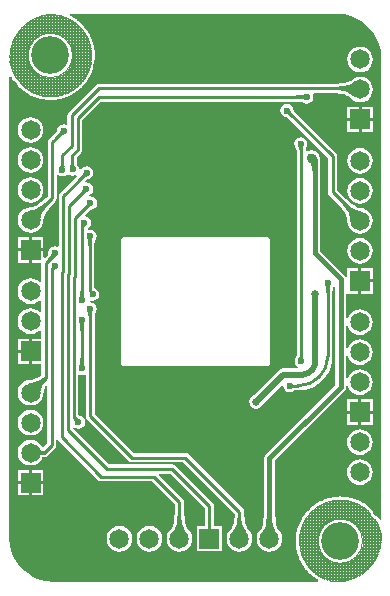
<source format=gbl>
G04*
G04 #@! TF.GenerationSoftware,Altium Limited,Altium Designer,20.1.8 (145)*
G04*
G04 Layer_Physical_Order=2*
G04 Layer_Color=16711680*
%FSLAX25Y25*%
%MOIN*%
G70*
G04*
G04 #@! TF.SameCoordinates,FF8AD340-37D9-483E-B564-930531A4ACC2*
G04*
G04*
G04 #@! TF.FilePolarity,Positive*
G04*
G01*
G75*
%ADD12C,0.01000*%
%ADD19C,0.00300*%
%ADD20C,0.02000*%
%ADD21C,0.03000*%
%ADD22C,0.01500*%
%ADD23C,0.12598*%
%ADD24C,0.06500*%
%ADD25R,0.06500X0.06500*%
%ADD26R,0.06500X0.06500*%
%ADD27C,0.02362*%
%ADD28C,0.02000*%
%ADD29C,0.02559*%
%ADD30C,0.03000*%
G36*
X49558Y106097D02*
X51808Y105557D01*
X53945Y104672D01*
X55918Y103463D01*
X57677Y101961D01*
X59180Y100201D01*
X60388Y98229D01*
X61274Y96092D01*
X61814Y93842D01*
X61991Y91590D01*
X61980Y91536D01*
X61980Y-62427D01*
X61480Y-62568D01*
X61088Y-61927D01*
X61083Y-61905D01*
X61042Y-61843D01*
X61040Y-61835D01*
X60909Y-61629D01*
X60909Y-61626D01*
X60795Y-61450D01*
X60792Y-61452D01*
X60655Y-61246D01*
X60274Y-60992D01*
X59858Y-60909D01*
X59373Y-60424D01*
Y-60018D01*
X59284Y-59569D01*
X59043Y-59210D01*
X59048Y-59205D01*
X58846Y-58969D01*
X58701Y-58845D01*
X58357Y-58551D01*
X58329Y-58509D01*
X58285Y-58480D01*
X58268Y-58454D01*
X58158Y-58381D01*
X57862Y-58128D01*
X57829Y-58079D01*
X57715Y-58002D01*
X57697Y-57987D01*
X57675Y-57954D01*
X57600Y-57904D01*
X57071Y-57452D01*
X56120Y-56869D01*
X55949Y-56755D01*
X55938Y-56753D01*
X55859Y-56700D01*
X55836Y-56696D01*
X55081Y-56233D01*
X54509Y-55996D01*
X54449Y-55955D01*
X54377Y-55941D01*
X54044Y-55803D01*
X53949Y-55740D01*
X53894Y-55729D01*
X53851Y-55700D01*
X53743Y-55679D01*
X53488Y-55573D01*
X53449Y-55547D01*
X53402Y-55537D01*
X52924Y-55339D01*
X52360Y-55204D01*
X52354Y-55200D01*
X52296Y-55189D01*
X51968Y-55110D01*
X51949Y-55097D01*
X51747Y-55057D01*
X50654Y-54794D01*
X50047Y-54747D01*
X50000Y-54737D01*
X49980Y-54741D01*
X49655Y-54716D01*
X49500Y-54685D01*
X49433Y-54698D01*
X49109Y-54673D01*
X49000Y-54651D01*
X48953Y-54660D01*
X48327Y-54611D01*
X47560Y-54672D01*
X47500Y-54660D01*
X47361Y-54687D01*
X47060Y-54711D01*
X47000Y-54699D01*
X46862Y-54726D01*
X46000Y-54794D01*
X45124Y-55005D01*
X45051Y-55019D01*
X45044Y-55024D01*
X44736Y-55098D01*
X44551Y-55134D01*
X44534Y-55146D01*
X44357Y-55189D01*
X44299Y-55200D01*
X44294Y-55204D01*
X43729Y-55339D01*
X43129Y-55588D01*
X43051Y-55603D01*
X42985Y-55648D01*
X42910Y-55679D01*
X42802Y-55700D01*
X42711Y-55761D01*
X42663Y-55781D01*
X42551Y-55803D01*
X42457Y-55866D01*
X42088Y-56019D01*
X42051Y-56027D01*
X42020Y-56047D01*
X41573Y-56233D01*
X41060Y-56547D01*
X41051Y-56549D01*
X40988Y-56591D01*
X40817Y-56696D01*
X40795Y-56700D01*
X40628Y-56812D01*
X40570Y-56847D01*
X40551Y-56851D01*
X40414Y-56943D01*
X39582Y-57452D01*
X39171Y-57804D01*
X39171Y-57804D01*
X39171Y-57804D01*
X39054Y-57904D01*
X38978Y-57954D01*
X38956Y-57987D01*
X38803Y-58118D01*
X38671Y-58206D01*
X38633Y-58264D01*
X38495Y-58381D01*
X38385Y-58454D01*
X38353Y-58502D01*
X38214Y-58621D01*
X38171Y-58650D01*
X38158Y-58669D01*
X37807Y-58969D01*
X37414Y-59429D01*
X37376Y-59454D01*
X37318Y-59541D01*
X37227Y-59648D01*
X37171Y-59685D01*
X37084Y-59816D01*
X36995Y-59920D01*
X36943Y-59954D01*
X36863Y-60074D01*
X36678Y-60290D01*
X36671Y-60295D01*
X36660Y-60312D01*
X36291Y-60744D01*
X35726Y-61667D01*
X35613Y-61835D01*
X35609Y-61857D01*
X35480Y-62068D01*
X35417Y-62162D01*
X35414Y-62175D01*
X35071Y-62734D01*
X34920Y-63100D01*
X34917Y-63105D01*
X34916Y-63110D01*
X34845Y-63280D01*
X34808Y-63335D01*
X34795Y-63400D01*
X34655Y-63739D01*
X34591Y-63835D01*
X34569Y-63948D01*
X34454Y-64226D01*
X34417Y-64281D01*
X34410Y-64315D01*
X34397Y-64335D01*
X34386Y-64388D01*
X34178Y-64891D01*
X33956Y-65815D01*
X33943Y-65835D01*
X33923Y-65937D01*
X33917Y-65946D01*
X33878Y-66139D01*
X33633Y-67161D01*
X33587Y-67748D01*
X33580Y-67783D01*
X33583Y-67799D01*
X33557Y-68131D01*
X33526Y-68283D01*
X33539Y-68350D01*
X33514Y-68667D01*
X33491Y-68783D01*
X33501Y-68834D01*
X33450Y-69488D01*
X33508Y-70225D01*
X33496Y-70284D01*
X33523Y-70418D01*
X33547Y-70722D01*
X33535Y-70784D01*
X33563Y-70926D01*
X33633Y-71816D01*
X33841Y-72682D01*
X33851Y-72732D01*
X33854Y-72737D01*
X33878Y-72838D01*
X33917Y-73030D01*
X33929Y-73048D01*
X33965Y-73232D01*
X33977Y-73251D01*
X34178Y-74085D01*
X34404Y-74631D01*
X34417Y-74696D01*
X34426Y-74709D01*
X34430Y-74732D01*
X34471Y-74793D01*
X34606Y-75120D01*
X34629Y-75232D01*
X34692Y-75328D01*
X34842Y-75688D01*
X34850Y-75732D01*
X34876Y-75770D01*
X34916Y-75866D01*
X34917Y-75872D01*
X34920Y-75876D01*
X35071Y-76242D01*
X35368Y-76727D01*
X35369Y-76732D01*
X35397Y-76773D01*
X35414Y-76802D01*
X35417Y-76814D01*
X35480Y-76909D01*
X35666Y-77212D01*
X35670Y-77232D01*
X35769Y-77381D01*
X36291Y-78233D01*
X36660Y-78664D01*
X36671Y-78681D01*
X36678Y-78686D01*
X36931Y-78982D01*
X37018Y-79113D01*
X37075Y-79150D01*
X37084Y-79161D01*
X37171Y-79291D01*
X37227Y-79329D01*
X37422Y-79557D01*
X37459Y-79613D01*
X37483Y-79629D01*
X37807Y-80008D01*
X38158Y-80308D01*
X38171Y-80326D01*
X38214Y-80355D01*
X38451Y-80558D01*
X38488Y-80613D01*
X38614Y-80697D01*
X38633Y-80713D01*
X38671Y-80770D01*
X38803Y-80858D01*
X39083Y-81098D01*
X39093Y-81113D01*
X39128Y-81135D01*
X39171Y-81173D01*
X39171Y-81173D01*
X39171Y-81173D01*
X39582Y-81524D01*
X40414Y-82034D01*
X40551Y-82125D01*
X40570Y-82129D01*
X40825Y-82285D01*
X40947Y-82367D01*
X41029Y-82535D01*
X40885Y-82859D01*
X40682Y-83035D01*
X-47252D01*
X-47306Y-83046D01*
X-49558Y-82869D01*
X-51808Y-82329D01*
X-53945Y-81444D01*
X-55918Y-80235D01*
X-57677Y-78732D01*
X-59180Y-76973D01*
X-60388Y-75001D01*
X-61274Y-72863D01*
X-61814Y-70613D01*
X-61957Y-68801D01*
X-61980Y-68307D01*
X-61980Y-68307D01*
X-61980Y-67814D01*
X-61980Y85347D01*
X-61889Y85373D01*
X-61426Y85399D01*
X-61088Y84848D01*
X-61040Y84795D01*
X-61024Y84772D01*
X-61023Y84768D01*
X-60967Y84683D01*
X-60936Y84600D01*
X-60709Y84229D01*
X-60398Y83893D01*
X-60273Y83836D01*
X-60156Y83758D01*
X-60134Y83724D01*
X-59570Y83160D01*
X-59539Y83115D01*
X-59470Y82768D01*
X-59216Y82387D01*
X-59059Y82141D01*
X-58854Y81902D01*
X-58712Y81781D01*
X-58342Y81464D01*
X-58329Y81445D01*
X-58286Y81416D01*
X-58255Y81390D01*
X-58253Y81387D01*
X-58247Y81383D01*
X-57842Y81037D01*
X-57829Y81018D01*
X-57784Y80987D01*
X-57079Y80386D01*
X-55089Y79166D01*
X-54735Y79020D01*
X-54735Y79019D01*
X-54735Y79019D01*
X-54510Y78926D01*
X-54449Y78885D01*
X-54376Y78871D01*
X-54044Y78733D01*
X-53949Y78670D01*
X-53898Y78659D01*
X-53859Y78633D01*
X-53751Y78612D01*
X-53486Y78502D01*
X-53449Y78477D01*
X-53449Y78477D01*
X-53223Y78393D01*
X-52932Y78272D01*
X-52751Y78229D01*
X-51034Y77817D01*
X-51034D01*
X-50662Y77728D01*
X-49577Y77642D01*
X-49500Y77627D01*
X-49467Y77634D01*
X-48823Y77583D01*
X-48785Y77575D01*
X-48768Y77578D01*
X-48335Y77544D01*
X-47902Y77578D01*
X-47885Y77575D01*
X-47846Y77583D01*
X-47522Y77608D01*
X-47500Y77604D01*
X-47448Y77614D01*
X-47020Y77648D01*
X-47000Y77644D01*
X-46954Y77653D01*
X-46321Y77703D01*
Y77703D01*
X-46007Y77728D01*
X-45839Y77768D01*
X-45636Y77817D01*
X-45636D01*
X-45130Y77938D01*
X-43738Y78272D01*
X-43446Y78393D01*
X-43130Y78524D01*
X-43051Y78540D01*
X-42954Y78605D01*
X-42810Y78633D01*
X-42560Y78738D01*
X-42551Y78740D01*
X-42544Y78745D01*
X-42096Y78952D01*
X-42086Y78957D01*
X-42051Y78964D01*
X-42051Y78964D01*
X-41872Y79045D01*
X-41581Y79166D01*
X-41422Y79263D01*
X-39590Y80386D01*
X-38738Y81113D01*
X-38671Y81158D01*
X-38651Y81187D01*
X-38519Y81301D01*
X-38422Y81383D01*
X-38416Y81387D01*
X-38145Y81620D01*
X-38133Y81630D01*
X-38117Y81641D01*
X-38055Y81697D01*
X-37815Y81902D01*
X-37694Y82043D01*
X-37402Y82386D01*
X-37399Y82387D01*
X-37396Y82392D01*
X-37190Y82633D01*
X-37171Y82646D01*
X-37141Y82691D01*
X-36987Y82871D01*
X-36963Y82887D01*
X-36925Y82944D01*
X-36503Y83437D01*
X-36299Y83677D01*
X-36134Y83945D01*
X-35244Y85399D01*
X-35079Y85667D01*
X-34959Y85958D01*
X-34817Y86268D01*
X-34804Y86333D01*
X-34602Y86764D01*
X-34599Y86768D01*
X-34599Y86768D01*
X-34599Y86768D01*
X-34598Y86771D01*
X-34418Y87233D01*
X-34417Y87235D01*
X-34306Y87533D01*
X-34186Y87824D01*
X-34142Y88005D01*
X-33964Y88748D01*
Y88748D01*
X-33714Y89788D01*
X-33714D01*
X-33641Y90094D01*
X-33627Y90267D01*
X-33558Y91144D01*
X-33544Y91216D01*
X-33550Y91248D01*
X-33514Y91706D01*
X-33512Y91716D01*
X-33513Y91721D01*
X-33496Y91932D01*
X-33489Y91971D01*
X-33492Y91988D01*
X-33458Y92421D01*
X-33492Y92854D01*
X-33489Y92871D01*
X-33496Y92910D01*
X-33519Y93199D01*
X-33515Y93217D01*
X-33523Y93257D01*
X-33558Y93692D01*
X-33553Y93717D01*
X-33564Y93772D01*
X-33616Y94435D01*
X-33641Y94749D01*
X-33730Y95121D01*
Y95121D01*
X-33849Y95615D01*
X-33849Y95615D01*
X-33985Y96184D01*
Y96184D01*
X-34112Y96712D01*
X-34186Y97019D01*
X-34306Y97310D01*
X-34417Y97607D01*
X-34417Y97608D01*
X-34438Y97665D01*
X-34479Y97726D01*
X-34483Y97735D01*
X-34635Y98156D01*
X-34637Y98165D01*
X-34637Y98165D01*
Y98165D01*
X-34640Y98170D01*
X-34836Y98588D01*
X-34850Y98621D01*
X-34858Y98665D01*
X-34858Y98665D01*
X-34959Y98884D01*
X-35079Y99175D01*
X-35177Y99334D01*
X-35475Y99821D01*
X-35475Y99821D01*
X-35674Y100145D01*
X-35674Y100145D01*
X-36299Y101166D01*
X-36991Y101977D01*
X-37038Y102046D01*
X-37067Y102066D01*
X-37142Y102153D01*
X-37171Y102196D01*
X-37190Y102209D01*
X-37492Y102562D01*
X-37492Y102563D01*
X-37514Y102596D01*
X-37514Y102596D01*
X-37611Y102701D01*
X-37815Y102941D01*
X-38055Y103146D01*
X-38117Y103202D01*
X-38133Y103212D01*
X-38459Y103491D01*
X-38459Y103491D01*
X-38504Y103530D01*
X-38515Y103546D01*
X-38552Y103570D01*
X-38651Y103655D01*
X-38671Y103684D01*
X-38738Y103729D01*
X-39590Y104457D01*
X-39859Y104622D01*
X-41581Y105677D01*
X-41791Y105764D01*
X-41691Y106264D01*
X47252D01*
X47306Y106275D01*
X49558Y106097D01*
D02*
G37*
%LPC*%
G36*
X54921Y95346D02*
X53812Y95200D01*
X52778Y94771D01*
X51890Y94090D01*
X51209Y93202D01*
X50781Y92168D01*
X50635Y91059D01*
X50781Y89950D01*
X51209Y88916D01*
X51890Y88028D01*
X52778Y87347D01*
X53812Y86918D01*
X54921Y86772D01*
X56031Y86918D01*
X57065Y87347D01*
X57952Y88028D01*
X58634Y88916D01*
X59062Y89950D01*
X59208Y91059D01*
X59062Y92168D01*
X58634Y93202D01*
X57952Y94090D01*
X57065Y94771D01*
X56031Y95200D01*
X54921Y95346D01*
D02*
G37*
G36*
Y85346D02*
X53812Y85200D01*
X52778Y84771D01*
X52101Y84252D01*
X52077Y84240D01*
X51763Y83993D01*
X51423Y83797D01*
X50984Y83608D01*
X50447Y83434D01*
X49814Y83281D01*
X49109Y83157D01*
X46346Y82932D01*
X45982Y82927D01*
X-32185D01*
X-32770Y82811D01*
X-33266Y82479D01*
X-42223Y73522D01*
X-42555Y73026D01*
X-42671Y72441D01*
Y69584D01*
X-43171Y69304D01*
X-43898Y69448D01*
X-44749Y69279D01*
X-45470Y68797D01*
X-45952Y68075D01*
X-46091Y67379D01*
X-46104Y67355D01*
X-46153Y67277D01*
X-47065Y66220D01*
X-48818Y64467D01*
X-49149Y63971D01*
X-49266Y63386D01*
Y45378D01*
X-49547Y45096D01*
X-49875Y44779D01*
X-51299Y43552D01*
X-51940Y43075D01*
X-52551Y42674D01*
X-53120Y42355D01*
X-53645Y42115D01*
X-54122Y41952D01*
X-54547Y41860D01*
X-54854Y41837D01*
X-54921Y41846D01*
X-56031Y41700D01*
X-57065Y41271D01*
X-57952Y40590D01*
X-58634Y39702D01*
X-59062Y38669D01*
X-59208Y37559D01*
X-59062Y36450D01*
X-58634Y35416D01*
X-57952Y34528D01*
X-57065Y33847D01*
X-56031Y33419D01*
X-54921Y33272D01*
X-53812Y33419D01*
X-52778Y33847D01*
X-51890Y34528D01*
X-51209Y35416D01*
X-50781Y36450D01*
X-50635Y37559D01*
X-50643Y37626D01*
X-50620Y37933D01*
X-50528Y38359D01*
X-50365Y38835D01*
X-50125Y39360D01*
X-49806Y39930D01*
X-49405Y40541D01*
X-48929Y41181D01*
X-47702Y42605D01*
X-47384Y42933D01*
X-46655Y43663D01*
X-46323Y44159D01*
X-46207Y44744D01*
Y52439D01*
X-45707Y52654D01*
X-45145Y52279D01*
X-44293Y52109D01*
X-43442Y52279D01*
X-42919Y52628D01*
X-42677Y52753D01*
X-42183Y52666D01*
X-41750Y52376D01*
X-40899Y52207D01*
X-40048Y52376D01*
X-39789Y52549D01*
X-39471Y52161D01*
X-45054Y46578D01*
X-45385Y46081D01*
X-45502Y45496D01*
Y28918D01*
X-46002Y28649D01*
X-46752Y28799D01*
X-47603Y28629D01*
X-48324Y28147D01*
X-48807Y27426D01*
X-48976Y26575D01*
X-48961Y26500D01*
X-48976Y26463D01*
X-49036Y26350D01*
X-49132Y26198D01*
X-49255Y26030D01*
X-49846Y25348D01*
X-50209Y24985D01*
X-50671Y25176D01*
Y27059D01*
X-54421D01*
Y23309D01*
X-51578D01*
X-51431Y23130D01*
Y16966D01*
X-51619Y16903D01*
X-51931Y16842D01*
X-52778Y17492D01*
X-53812Y17920D01*
X-54921Y18066D01*
X-56031Y17920D01*
X-57065Y17492D01*
X-57952Y16811D01*
X-58634Y15923D01*
X-59062Y14889D01*
X-59208Y13780D01*
X-59062Y12670D01*
X-58634Y11636D01*
X-57952Y10748D01*
X-57065Y10067D01*
X-56031Y9639D01*
X-54921Y9493D01*
X-53812Y9639D01*
X-52778Y10067D01*
X-51931Y10717D01*
X-51619Y10656D01*
X-51431Y10593D01*
Y6966D01*
X-51619Y6903D01*
X-51931Y6842D01*
X-52778Y7492D01*
X-53812Y7920D01*
X-54921Y8066D01*
X-56031Y7920D01*
X-57065Y7492D01*
X-57952Y6811D01*
X-58634Y5923D01*
X-59062Y4889D01*
X-59208Y3779D01*
X-59062Y2670D01*
X-58634Y1636D01*
X-57952Y748D01*
X-57065Y67D01*
X-56031Y-361D01*
X-54921Y-507D01*
X-53812Y-361D01*
X-52778Y67D01*
X-51931Y717D01*
X-51619Y656D01*
X-51431Y593D01*
Y-1970D01*
X-54421D01*
Y-6220D01*
Y-10470D01*
X-51431D01*
Y-14304D01*
X-51620Y-14451D01*
X-51983Y-14692D01*
X-52376Y-14912D01*
X-52799Y-15110D01*
X-53255Y-15286D01*
X-53729Y-15435D01*
X-54833Y-15678D01*
X-55431Y-15761D01*
X-55521Y-15792D01*
X-56031Y-15859D01*
X-57065Y-16288D01*
X-57952Y-16969D01*
X-58634Y-17857D01*
X-59062Y-18891D01*
X-59208Y-20000D01*
X-59062Y-21110D01*
X-58634Y-22143D01*
X-57952Y-23031D01*
X-57065Y-23712D01*
X-56031Y-24141D01*
X-54921Y-24287D01*
X-53812Y-24141D01*
X-52778Y-23712D01*
X-51890Y-23031D01*
X-51209Y-22143D01*
X-50781Y-21110D01*
X-50713Y-20599D01*
X-50682Y-20510D01*
X-50597Y-19898D01*
X-50491Y-19343D01*
X-50361Y-18822D01*
X-50207Y-18334D01*
X-50031Y-17878D01*
X-49931Y-17664D01*
X-49431Y-17775D01*
Y-36835D01*
X-50605Y-38009D01*
X-51195Y-37891D01*
X-51209Y-37857D01*
X-51890Y-36969D01*
X-52778Y-36288D01*
X-53812Y-35859D01*
X-54921Y-35713D01*
X-56031Y-35859D01*
X-57065Y-36288D01*
X-57952Y-36969D01*
X-58634Y-37857D01*
X-59062Y-38890D01*
X-59208Y-40000D01*
X-59062Y-41109D01*
X-58634Y-42143D01*
X-57952Y-43031D01*
X-57065Y-43712D01*
X-56031Y-44141D01*
X-54921Y-44287D01*
X-53812Y-44141D01*
X-52778Y-43712D01*
X-51890Y-43031D01*
X-51209Y-42143D01*
X-51043Y-41744D01*
X-51003Y-41691D01*
X-50967Y-41618D01*
X-50966Y-41617D01*
X-50966Y-41617D01*
X-50959Y-41611D01*
X-50937Y-41598D01*
X-50892Y-41579D01*
X-50820Y-41558D01*
X-50720Y-41539D01*
X-50629Y-41529D01*
X-50433D01*
X-49848Y-41413D01*
X-49352Y-41081D01*
X-46820Y-38550D01*
X-46489Y-38054D01*
X-46372Y-37468D01*
Y-35770D01*
X-45872Y-35618D01*
X-45668Y-35924D01*
X-32479Y-49113D01*
X-31983Y-49444D01*
X-31398Y-49561D01*
X-14413D01*
X-6805Y-57169D01*
Y-59571D01*
X-6813Y-60028D01*
X-6952Y-61902D01*
X-7068Y-62692D01*
X-7216Y-63407D01*
X-7393Y-64036D01*
X-7595Y-64577D01*
X-7817Y-65029D01*
X-8052Y-65395D01*
X-8253Y-65628D01*
X-8307Y-65670D01*
X-8988Y-66558D01*
X-9416Y-67591D01*
X-9562Y-68701D01*
X-9416Y-69810D01*
X-8988Y-70844D01*
X-8307Y-71732D01*
X-7419Y-72413D01*
X-6385Y-72841D01*
X-5276Y-72988D01*
X-4166Y-72841D01*
X-3132Y-72413D01*
X-2245Y-71732D01*
X-1563Y-70844D01*
X-1135Y-69810D01*
X-989Y-68701D01*
X-1135Y-67591D01*
X-1563Y-66558D01*
X-2245Y-65670D01*
X-2298Y-65628D01*
X-2499Y-65395D01*
X-2735Y-65029D01*
X-2956Y-64577D01*
X-3158Y-64036D01*
X-3335Y-63407D01*
X-3483Y-62692D01*
X-3600Y-61902D01*
X-3739Y-60028D01*
X-3746Y-59571D01*
Y-56535D01*
X-3863Y-55950D01*
X-4194Y-55454D01*
X-12184Y-47464D01*
X-11993Y-47002D01*
X-8311D01*
X3195Y-58508D01*
Y-64451D01*
X474D01*
Y-72951D01*
X8974D01*
Y-64451D01*
X6254D01*
Y-57874D01*
X6137Y-57289D01*
X5806Y-56793D01*
X-6596Y-44391D01*
X-7092Y-44060D01*
X-7677Y-43943D01*
X-28894D01*
X-40845Y-31993D01*
X-40803Y-31827D01*
X-40233Y-31607D01*
X-39827Y-31877D01*
X-38976Y-32047D01*
X-38125Y-31877D01*
X-37404Y-31395D01*
X-36922Y-30674D01*
X-36753Y-29823D01*
X-36922Y-28972D01*
X-37404Y-28250D01*
X-38125Y-27768D01*
X-38416Y-27711D01*
X-38473Y-27682D01*
X-38526Y-27667D01*
X-38547Y-27659D01*
X-38585Y-27639D01*
X-38789Y-27508D01*
X-38883Y-27437D01*
X-39057Y-27283D01*
Y-14245D01*
X-38557Y-13982D01*
X-37795Y-14133D01*
X-37069Y-13989D01*
X-36569Y-14269D01*
Y-27756D01*
X-36452Y-28341D01*
X-36121Y-28837D01*
X-22243Y-42715D01*
X-21747Y-43047D01*
X-21161Y-43163D01*
X-3980D01*
X13178Y-60321D01*
X13132Y-61416D01*
X13045Y-62165D01*
X12924Y-62864D01*
X12770Y-63503D01*
X12586Y-64080D01*
X12374Y-64597D01*
X12136Y-65054D01*
X11874Y-65454D01*
X11702Y-65663D01*
X11693Y-65670D01*
X11649Y-65727D01*
X11551Y-65846D01*
X11535Y-65875D01*
X11012Y-66558D01*
X10584Y-67591D01*
X10438Y-68701D01*
X10584Y-69810D01*
X11012Y-70844D01*
X11693Y-71732D01*
X12581Y-72413D01*
X13615Y-72841D01*
X14724Y-72988D01*
X15834Y-72841D01*
X16868Y-72413D01*
X17755Y-71732D01*
X18437Y-70844D01*
X18865Y-69810D01*
X19011Y-68701D01*
X18865Y-67591D01*
X18437Y-66558D01*
X17913Y-65875D01*
X17898Y-65846D01*
X17800Y-65727D01*
X17755Y-65670D01*
X17747Y-65663D01*
X17575Y-65454D01*
X17312Y-65054D01*
X17075Y-64597D01*
X16862Y-64080D01*
X16679Y-63503D01*
X16525Y-62864D01*
X16406Y-62178D01*
X16262Y-60571D01*
X16254Y-60174D01*
Y-59705D01*
X16137Y-59119D01*
X15806Y-58623D01*
X-2265Y-40552D01*
X-2761Y-40221D01*
X-3346Y-40104D01*
X-20528D01*
X-33510Y-27122D01*
Y5037D01*
X-33491Y5562D01*
X-33443Y6099D01*
X-33415Y6277D01*
X-33388Y6406D01*
X-33380Y6432D01*
X-32985Y7023D01*
X-32816Y7874D01*
X-32985Y8725D01*
X-33467Y9447D01*
X-34188Y9929D01*
X-35039Y10098D01*
X-35214Y10411D01*
X-34776Y10676D01*
X-34252Y10571D01*
X-33401Y10741D01*
X-32680Y11223D01*
X-32197Y11944D01*
X-32028Y12795D01*
X-32197Y13646D01*
X-32680Y14368D01*
X-33401Y14850D01*
X-33675Y14904D01*
Y29075D01*
X-33669Y29387D01*
X-33622Y29996D01*
X-33591Y30219D01*
X-33556Y30399D01*
X-33522Y30523D01*
X-33507Y30533D01*
X-33025Y31254D01*
X-32856Y32105D01*
X-33025Y32956D01*
X-33507Y33678D01*
X-34229Y34160D01*
X-35080Y34329D01*
X-35273Y34291D01*
X-35785Y34699D01*
X-35788Y34815D01*
X-35398Y35075D01*
X-34916Y35796D01*
X-34747Y36647D01*
X-34916Y37499D01*
X-35398Y38220D01*
X-36120Y38702D01*
X-36502Y38778D01*
X-36666Y39320D01*
X-35866Y40121D01*
X-35481Y40479D01*
X-35067Y40824D01*
X-34922Y40931D01*
X-34811Y41003D01*
X-34787Y41015D01*
X-34090Y41154D01*
X-33368Y41636D01*
X-32886Y42358D01*
X-32717Y43209D01*
X-32886Y44060D01*
X-33368Y44781D01*
X-34090Y45263D01*
X-34941Y45432D01*
X-35151Y45391D01*
X-35346Y45862D01*
X-34746Y46262D01*
X-34264Y46984D01*
X-34095Y47835D01*
X-34264Y48686D01*
X-34746Y49407D01*
X-35468Y49889D01*
X-36319Y50059D01*
X-36576Y50007D01*
X-36812Y50470D01*
X-36761Y50518D01*
X-36347Y50864D01*
X-36201Y50971D01*
X-36090Y51042D01*
X-36066Y51055D01*
X-35370Y51193D01*
X-34648Y51675D01*
X-34166Y52397D01*
X-33997Y53248D01*
X-34166Y54099D01*
X-34648Y54821D01*
X-35370Y55303D01*
X-36220Y55472D01*
X-37071Y55303D01*
X-37793Y54821D01*
X-38213Y54191D01*
X-38684Y54387D01*
X-38675Y54431D01*
X-38845Y55282D01*
X-39327Y56003D01*
X-39353Y56021D01*
X-39356Y56029D01*
X-39391Y56152D01*
X-39427Y56332D01*
X-39457Y56544D01*
X-39514Y57443D01*
Y58470D01*
X-38060Y59924D01*
X-37729Y60420D01*
X-37612Y61005D01*
Y70756D01*
X-31355Y77014D01*
X34269D01*
X34794Y76995D01*
X35331Y76947D01*
X35509Y76919D01*
X35638Y76891D01*
X35664Y76884D01*
X36255Y76489D01*
X37106Y76319D01*
X37957Y76489D01*
X38679Y76971D01*
X39161Y77692D01*
X39330Y78543D01*
X39166Y79368D01*
X39162Y79456D01*
X39419Y79868D01*
X45397D01*
X47136Y79798D01*
X47984Y79703D01*
X48765Y79569D01*
X49466Y79401D01*
X50088Y79200D01*
X50630Y78971D01*
X51093Y78716D01*
X51481Y78439D01*
X51809Y78134D01*
X51890Y78028D01*
X52778Y77347D01*
X53812Y76918D01*
X54921Y76772D01*
X56031Y76918D01*
X57065Y77347D01*
X57952Y78028D01*
X58634Y78916D01*
X59062Y79950D01*
X59208Y81059D01*
X59062Y82169D01*
X58634Y83202D01*
X57952Y84090D01*
X57065Y84771D01*
X56031Y85200D01*
X54921Y85346D01*
D02*
G37*
G36*
X59171Y75309D02*
X55421D01*
Y71559D01*
X59171D01*
Y75309D01*
D02*
G37*
G36*
X54421D02*
X50671D01*
Y71559D01*
X54421D01*
Y75309D01*
D02*
G37*
G36*
X59171Y70559D02*
X55421D01*
Y66809D01*
X59171D01*
Y70559D01*
D02*
G37*
G36*
X54421D02*
X50671D01*
Y66809D01*
X54421D01*
Y70559D01*
D02*
G37*
G36*
X-54921Y71846D02*
X-56031Y71700D01*
X-57065Y71271D01*
X-57952Y70590D01*
X-58634Y69702D01*
X-59062Y68669D01*
X-59208Y67559D01*
X-59062Y66450D01*
X-58634Y65416D01*
X-57952Y64528D01*
X-57065Y63847D01*
X-56031Y63418D01*
X-54921Y63272D01*
X-53812Y63418D01*
X-52778Y63847D01*
X-51890Y64528D01*
X-51209Y65416D01*
X-50781Y66450D01*
X-50635Y67559D01*
X-50781Y68669D01*
X-51209Y69702D01*
X-51890Y70590D01*
X-52778Y71271D01*
X-53812Y71700D01*
X-54921Y71846D01*
D02*
G37*
G36*
Y61846D02*
X-56031Y61700D01*
X-57065Y61271D01*
X-57952Y60590D01*
X-58634Y59702D01*
X-59062Y58669D01*
X-59208Y57559D01*
X-59062Y56450D01*
X-58634Y55416D01*
X-57952Y54528D01*
X-57065Y53847D01*
X-56031Y53418D01*
X-54921Y53272D01*
X-53812Y53418D01*
X-52778Y53847D01*
X-51890Y54528D01*
X-51209Y55416D01*
X-50781Y56450D01*
X-50635Y57559D01*
X-50781Y58669D01*
X-51209Y59702D01*
X-51890Y60590D01*
X-52778Y61271D01*
X-53812Y61700D01*
X-54921Y61846D01*
D02*
G37*
G36*
X54882Y61566D02*
X53772Y61420D01*
X52739Y60992D01*
X51851Y60311D01*
X51170Y59423D01*
X50741Y58389D01*
X50595Y57279D01*
X50741Y56170D01*
X51170Y55136D01*
X51851Y54248D01*
X52739Y53567D01*
X53772Y53139D01*
X54882Y52993D01*
X55991Y53139D01*
X57025Y53567D01*
X57913Y54248D01*
X58594Y55136D01*
X59022Y56170D01*
X59169Y57279D01*
X59022Y58389D01*
X58594Y59423D01*
X57913Y60311D01*
X57025Y60992D01*
X55991Y61420D01*
X54882Y61566D01*
D02*
G37*
G36*
X-54921Y51846D02*
X-56031Y51700D01*
X-57065Y51271D01*
X-57952Y50590D01*
X-58634Y49702D01*
X-59062Y48669D01*
X-59208Y47559D01*
X-59062Y46450D01*
X-58634Y45416D01*
X-57952Y44528D01*
X-57065Y43847D01*
X-56031Y43418D01*
X-54921Y43272D01*
X-53812Y43418D01*
X-52778Y43847D01*
X-51890Y44528D01*
X-51209Y45416D01*
X-50781Y46450D01*
X-50635Y47559D01*
X-50781Y48669D01*
X-51209Y49702D01*
X-51890Y50590D01*
X-52778Y51271D01*
X-53812Y51700D01*
X-54921Y51846D01*
D02*
G37*
G36*
X54882Y51566D02*
X53772Y51420D01*
X52739Y50992D01*
X51851Y50311D01*
X51170Y49423D01*
X50741Y48389D01*
X50595Y47280D01*
X50741Y46170D01*
X51170Y45136D01*
X51851Y44248D01*
X52739Y43567D01*
X53772Y43139D01*
X54882Y42993D01*
X55991Y43139D01*
X57025Y43567D01*
X57913Y44248D01*
X58594Y45136D01*
X59022Y46170D01*
X59169Y47280D01*
X59022Y48389D01*
X58594Y49423D01*
X57913Y50311D01*
X57025Y50992D01*
X55991Y51420D01*
X54882Y51566D01*
D02*
G37*
G36*
X30610Y76240D02*
X29759Y76070D01*
X29038Y75588D01*
X28556Y74867D01*
X28386Y74016D01*
X28556Y73165D01*
X29038Y72443D01*
X29759Y71961D01*
X30586Y71797D01*
X31233Y71230D01*
X44238Y58225D01*
Y46949D01*
X44355Y46363D01*
X44686Y45867D01*
X47337Y43216D01*
X48513Y41939D01*
X49040Y41274D01*
X49494Y40628D01*
X49867Y40013D01*
X50161Y39430D01*
X50379Y38881D01*
X50524Y38368D01*
X50600Y37891D01*
X50614Y37421D01*
X50595Y37279D01*
X50741Y36170D01*
X51170Y35136D01*
X51851Y34248D01*
X52739Y33567D01*
X53772Y33139D01*
X54882Y32993D01*
X55991Y33139D01*
X57025Y33567D01*
X57913Y34248D01*
X58594Y35136D01*
X59022Y36170D01*
X59169Y37279D01*
X59022Y38389D01*
X58594Y39423D01*
X57913Y40311D01*
X57025Y40992D01*
X55991Y41420D01*
X55180Y41527D01*
X55146Y41538D01*
X54758Y41587D01*
X54387Y41690D01*
X53949Y41869D01*
X53450Y42129D01*
X52896Y42471D01*
X52310Y42885D01*
X50195Y44691D01*
X49946Y44933D01*
X47297Y47582D01*
Y58858D01*
X47181Y59443D01*
X46849Y59940D01*
X33307Y73481D01*
X32874Y73946D01*
X32831Y73998D01*
X32834Y74016D01*
X32665Y74867D01*
X32183Y75588D01*
X31461Y76070D01*
X30610Y76240D01*
D02*
G37*
G36*
X-50671Y31809D02*
X-54421D01*
Y28059D01*
X-50671D01*
Y31809D01*
D02*
G37*
G36*
X-55421D02*
X-59171D01*
Y28059D01*
X-55421D01*
Y31809D01*
D02*
G37*
G36*
Y27059D02*
X-59171D01*
Y23309D01*
X-55421D01*
Y27059D01*
D02*
G37*
G36*
X54882Y31566D02*
X53772Y31420D01*
X52739Y30992D01*
X51851Y30311D01*
X51170Y29423D01*
X50741Y28389D01*
X50595Y27279D01*
X50741Y26170D01*
X51170Y25136D01*
X51851Y24248D01*
X52739Y23567D01*
X53772Y23139D01*
X54882Y22993D01*
X55991Y23139D01*
X57025Y23567D01*
X57913Y24248D01*
X58594Y25136D01*
X59022Y26170D01*
X59169Y27279D01*
X59022Y28389D01*
X58594Y29423D01*
X57913Y30311D01*
X57025Y30992D01*
X55991Y31420D01*
X54882Y31566D01*
D02*
G37*
G36*
X59132Y21530D02*
X55382D01*
Y17780D01*
X59132D01*
Y21530D01*
D02*
G37*
G36*
Y16780D02*
X55382D01*
Y13029D01*
X59132D01*
Y16780D01*
D02*
G37*
G36*
X35138Y65118D02*
X34287Y64948D01*
X33565Y64466D01*
X33083Y63745D01*
X32914Y62894D01*
X33083Y62043D01*
X33565Y61321D01*
X33622Y61283D01*
X33635Y61251D01*
X33672Y61129D01*
X33710Y60953D01*
X33743Y60746D01*
X33805Y59846D01*
Y-6611D01*
X33786Y-7136D01*
X33738Y-7673D01*
X33711Y-7852D01*
X33683Y-7981D01*
X33675Y-8007D01*
X33280Y-8598D01*
X33111Y-9449D01*
X33280Y-10300D01*
X33762Y-11021D01*
X34385Y-11437D01*
X34297Y-11937D01*
X29331D01*
X28550Y-12092D01*
X27889Y-12535D01*
X19577Y-20846D01*
X19386Y-20884D01*
X18632Y-21388D01*
X18128Y-22142D01*
X17951Y-23031D01*
X18128Y-23921D01*
X18632Y-24675D01*
X19386Y-25179D01*
X20276Y-25356D01*
X21165Y-25179D01*
X21919Y-24675D01*
X22423Y-23921D01*
X22461Y-23730D01*
X28834Y-17357D01*
X29295Y-17603D01*
X29272Y-17717D01*
X29441Y-18568D01*
X29924Y-19289D01*
X30645Y-19771D01*
X31496Y-19940D01*
X32347Y-19771D01*
X33068Y-19289D01*
X33097Y-19246D01*
X34310D01*
Y-19252D01*
X36096Y-19111D01*
X37838Y-18693D01*
X39494Y-18007D01*
X41021Y-17071D01*
X42384Y-15907D01*
X43547Y-14545D01*
X44484Y-13017D01*
X45169Y-11362D01*
X45588Y-9620D01*
X45728Y-7834D01*
X45722D01*
Y13698D01*
X45741Y14223D01*
X45789Y14760D01*
X45817Y14939D01*
X45845Y15068D01*
X45853Y15094D01*
X46141Y15525D01*
X46641Y15373D01*
Y-17371D01*
X23463Y-40549D01*
X23076Y-41128D01*
X22940Y-41811D01*
Y-60093D01*
X22940Y-60129D01*
X22895Y-61119D01*
X22716Y-62866D01*
X22589Y-63575D01*
X22436Y-64199D01*
X22263Y-64722D01*
X22076Y-65142D01*
X21886Y-65459D01*
X21739Y-65634D01*
X21693Y-65670D01*
X21012Y-66558D01*
X20584Y-67591D01*
X20438Y-68701D01*
X20584Y-69810D01*
X21012Y-70844D01*
X21693Y-71732D01*
X22581Y-72413D01*
X23615Y-72841D01*
X24724Y-72988D01*
X25834Y-72841D01*
X26868Y-72413D01*
X27755Y-71732D01*
X28437Y-70844D01*
X28865Y-69810D01*
X29011Y-68701D01*
X28865Y-67591D01*
X28437Y-66558D01*
X27755Y-65670D01*
X27710Y-65634D01*
X27563Y-65459D01*
X27372Y-65142D01*
X27186Y-64722D01*
X27013Y-64199D01*
X26860Y-63575D01*
X26735Y-62876D01*
X26509Y-60110D01*
X26509Y-60093D01*
Y-42550D01*
X49687Y-19372D01*
X50074Y-18793D01*
X50209Y-18110D01*
X50209Y-18110D01*
Y-17550D01*
X50709Y-17517D01*
X50722Y-17609D01*
X51150Y-18643D01*
X51831Y-19531D01*
X52719Y-20212D01*
X53753Y-20641D01*
X54862Y-20787D01*
X55972Y-20641D01*
X57006Y-20212D01*
X57893Y-19531D01*
X58575Y-18643D01*
X59003Y-17609D01*
X59149Y-16500D01*
X59003Y-15391D01*
X58575Y-14357D01*
X57893Y-13469D01*
X57006Y-12788D01*
X55972Y-12359D01*
X54862Y-12213D01*
X53753Y-12359D01*
X52719Y-12788D01*
X51831Y-13469D01*
X51150Y-14357D01*
X50722Y-15391D01*
X50709Y-15483D01*
X50209Y-15450D01*
Y-7550D01*
X50709Y-7518D01*
X50722Y-7609D01*
X51150Y-8643D01*
X51831Y-9531D01*
X52719Y-10212D01*
X53753Y-10641D01*
X54862Y-10787D01*
X55972Y-10641D01*
X57006Y-10212D01*
X57893Y-9531D01*
X58575Y-8643D01*
X59003Y-7609D01*
X59149Y-6500D01*
X59003Y-5390D01*
X58575Y-4357D01*
X57893Y-3469D01*
X57006Y-2788D01*
X55972Y-2359D01*
X54862Y-2213D01*
X53753Y-2359D01*
X52719Y-2788D01*
X51831Y-3469D01*
X51150Y-4357D01*
X50722Y-5390D01*
X50709Y-5483D01*
X50209Y-5450D01*
Y2320D01*
X50702Y2390D01*
X51130Y1357D01*
X51811Y469D01*
X52699Y-212D01*
X53733Y-641D01*
X54843Y-787D01*
X55952Y-641D01*
X56986Y-212D01*
X57874Y469D01*
X58555Y1357D01*
X58983Y2390D01*
X59129Y3500D01*
X58983Y4609D01*
X58555Y5643D01*
X57874Y6531D01*
X56986Y7212D01*
X55952Y7641D01*
X54843Y7787D01*
X53733Y7641D01*
X52699Y7212D01*
X51811Y6531D01*
X51130Y5643D01*
X50702Y4609D01*
X50209Y4680D01*
Y12842D01*
X50632Y13029D01*
X50709Y13029D01*
X54382D01*
Y17280D01*
Y21530D01*
X50632D01*
Y18156D01*
X50132Y18107D01*
X50074Y18399D01*
X49687Y18978D01*
X49687Y18978D01*
X41548Y27117D01*
Y57382D01*
X41412Y58065D01*
X41392Y58094D01*
X41427Y58268D01*
X41233Y59243D01*
X40680Y60070D01*
X39853Y60623D01*
X38878Y60817D01*
X38583D01*
X37607Y60623D01*
X37314Y60427D01*
X36876Y60667D01*
X36883Y61050D01*
X36916Y61502D01*
X36933Y61634D01*
X36938Y61663D01*
X37192Y62043D01*
X37362Y62894D01*
X37192Y63745D01*
X36710Y64466D01*
X35989Y64948D01*
X35138Y65118D01*
D02*
G37*
G36*
X-55421Y-1970D02*
X-59171D01*
Y-5720D01*
X-55421D01*
Y-1970D01*
D02*
G37*
G36*
Y-6720D02*
X-59171D01*
Y-10470D01*
X-55421D01*
Y-6720D01*
D02*
G37*
G36*
X23622Y31983D02*
X-23622D01*
X-24110Y31886D01*
X-24523Y31610D01*
X-24800Y31196D01*
X-24896Y30709D01*
Y-9843D01*
X-24896Y-9843D01*
X-24800Y-10330D01*
X-24523Y-10744D01*
X-24110Y-11020D01*
X-23622Y-11117D01*
X23622D01*
X24110Y-11020D01*
X24523Y-10744D01*
X24800Y-10330D01*
X24896Y-9843D01*
Y30709D01*
X24800Y31196D01*
X24523Y31610D01*
X24110Y31886D01*
X23622Y31983D01*
D02*
G37*
G36*
X59112Y-22250D02*
X55362D01*
Y-26000D01*
X59112D01*
Y-22250D01*
D02*
G37*
G36*
X54362D02*
X50612D01*
Y-26000D01*
X54362D01*
Y-22250D01*
D02*
G37*
G36*
X59112Y-27000D02*
X55362D01*
Y-30750D01*
X59112D01*
Y-27000D01*
D02*
G37*
G36*
X54362D02*
X50612D01*
Y-30750D01*
X54362D01*
Y-27000D01*
D02*
G37*
G36*
X-54921Y-25713D02*
X-56031Y-25859D01*
X-57065Y-26288D01*
X-57952Y-26969D01*
X-58634Y-27857D01*
X-59062Y-28890D01*
X-59208Y-30000D01*
X-59062Y-31109D01*
X-58634Y-32143D01*
X-57952Y-33031D01*
X-57065Y-33712D01*
X-56031Y-34141D01*
X-54921Y-34287D01*
X-53812Y-34141D01*
X-52778Y-33712D01*
X-51890Y-33031D01*
X-51209Y-32143D01*
X-50781Y-31109D01*
X-50635Y-30000D01*
X-50781Y-28890D01*
X-51209Y-27857D01*
X-51890Y-26969D01*
X-52778Y-26288D01*
X-53812Y-25859D01*
X-54921Y-25713D01*
D02*
G37*
G36*
X54862Y-32213D02*
X53753Y-32359D01*
X52719Y-32788D01*
X51831Y-33469D01*
X51150Y-34357D01*
X50722Y-35390D01*
X50576Y-36500D01*
X50722Y-37609D01*
X51150Y-38643D01*
X51831Y-39531D01*
X52719Y-40212D01*
X53753Y-40641D01*
X54862Y-40787D01*
X55972Y-40641D01*
X57006Y-40212D01*
X57893Y-39531D01*
X58575Y-38643D01*
X59003Y-37609D01*
X59149Y-36500D01*
X59003Y-35390D01*
X58575Y-34357D01*
X57893Y-33469D01*
X57006Y-32788D01*
X55972Y-32359D01*
X54862Y-32213D01*
D02*
G37*
G36*
X-50671Y-45750D02*
X-54421D01*
Y-49500D01*
X-50671D01*
Y-45750D01*
D02*
G37*
G36*
X-55421D02*
X-59171D01*
Y-49500D01*
X-55421D01*
Y-45750D01*
D02*
G37*
G36*
X54862Y-42213D02*
X53753Y-42359D01*
X52719Y-42788D01*
X51831Y-43469D01*
X51150Y-44357D01*
X50722Y-45390D01*
X50576Y-46500D01*
X50722Y-47609D01*
X51150Y-48643D01*
X51831Y-49531D01*
X52719Y-50212D01*
X53753Y-50641D01*
X54862Y-50787D01*
X55972Y-50641D01*
X57006Y-50212D01*
X57893Y-49531D01*
X58575Y-48643D01*
X59003Y-47609D01*
X59149Y-46500D01*
X59003Y-45390D01*
X58575Y-44357D01*
X57893Y-43469D01*
X57006Y-42788D01*
X55972Y-42359D01*
X54862Y-42213D01*
D02*
G37*
G36*
X-50671Y-50500D02*
X-54421D01*
Y-54250D01*
X-50671D01*
Y-50500D01*
D02*
G37*
G36*
X-55421D02*
X-59171D01*
Y-54250D01*
X-55421D01*
Y-50500D01*
D02*
G37*
G36*
X-15276Y-64414D02*
X-16385Y-64560D01*
X-17419Y-64988D01*
X-18307Y-65670D01*
X-18988Y-66558D01*
X-19416Y-67591D01*
X-19562Y-68701D01*
X-19416Y-69810D01*
X-18988Y-70844D01*
X-18307Y-71732D01*
X-17419Y-72413D01*
X-16385Y-72841D01*
X-15276Y-72988D01*
X-14166Y-72841D01*
X-13132Y-72413D01*
X-12245Y-71732D01*
X-11563Y-70844D01*
X-11135Y-69810D01*
X-10989Y-68701D01*
X-11135Y-67591D01*
X-11563Y-66558D01*
X-12245Y-65670D01*
X-13132Y-64988D01*
X-14166Y-64560D01*
X-15276Y-64414D01*
D02*
G37*
G36*
X-25276Y-64434D02*
X-26385Y-64580D01*
X-27419Y-65008D01*
X-28307Y-65689D01*
X-28988Y-66577D01*
X-29416Y-67611D01*
X-29562Y-68721D01*
X-29416Y-69830D01*
X-28988Y-70864D01*
X-28307Y-71752D01*
X-27419Y-72433D01*
X-26385Y-72861D01*
X-25276Y-73007D01*
X-24166Y-72861D01*
X-23132Y-72433D01*
X-22244Y-71752D01*
X-21563Y-70864D01*
X-21135Y-69830D01*
X-20989Y-68721D01*
X-21135Y-67611D01*
X-21563Y-66577D01*
X-22244Y-65689D01*
X-23132Y-65008D01*
X-24166Y-64580D01*
X-25276Y-64434D01*
D02*
G37*
%LPD*%
G36*
X52548Y78839D02*
X52127Y79230D01*
X51637Y79580D01*
X51076Y79889D01*
X50444Y80157D01*
X49742Y80383D01*
X48970Y80568D01*
X48127Y80712D01*
X47213Y80815D01*
X45175Y80898D01*
X45281Y81898D01*
X46394Y81913D01*
X49239Y82144D01*
X50023Y82283D01*
X50724Y82452D01*
X51344Y82653D01*
X51881Y82884D01*
X52335Y83146D01*
X52707Y83438D01*
X52548Y78839D01*
D02*
G37*
G36*
X36272Y77708D02*
X36185Y77771D01*
X36060Y77829D01*
X35897Y77879D01*
X35695Y77922D01*
X35454Y77959D01*
X34858Y78013D01*
X34107Y78040D01*
X33674Y78043D01*
Y79043D01*
X34107Y79047D01*
X35695Y79164D01*
X35897Y79208D01*
X36060Y79258D01*
X36185Y79315D01*
X36272Y79379D01*
Y77708D01*
D02*
G37*
G36*
X-43897Y66043D02*
X-44003Y66027D01*
X-44132Y65979D01*
X-44283Y65899D01*
X-44457Y65787D01*
X-44653Y65643D01*
X-45113Y65259D01*
X-45663Y64748D01*
X-45971Y64444D01*
X-46678Y65151D01*
X-46374Y65460D01*
X-45335Y66665D01*
X-45223Y66839D01*
X-45143Y66990D01*
X-45095Y67119D01*
X-45079Y67225D01*
X-43897Y66043D01*
D02*
G37*
G36*
X-40539Y57495D02*
X-40472Y56439D01*
X-40432Y56159D01*
X-40383Y55915D01*
X-40325Y55707D01*
X-40258Y55535D01*
X-40182Y55398D01*
X-40097Y55298D01*
X-41769Y55230D01*
X-41726Y55300D01*
X-41688Y55410D01*
X-41654Y55563D01*
X-41625Y55756D01*
X-41579Y56267D01*
X-41546Y57342D01*
X-41543Y57783D01*
X-40543Y57919D01*
X-40539Y57495D01*
D02*
G37*
G36*
X-43790Y57333D02*
X-43673Y55745D01*
X-43629Y55543D01*
X-43579Y55379D01*
X-43522Y55255D01*
X-43458Y55168D01*
X-45129D01*
X-45065Y55255D01*
X-45008Y55379D01*
X-44958Y55543D01*
X-44914Y55745D01*
X-44877Y55985D01*
X-44824Y56582D01*
X-44797Y57333D01*
X-44793Y57766D01*
X-43793D01*
X-43790Y57333D01*
D02*
G37*
G36*
X-36220Y52067D02*
X-36326Y52051D01*
X-36455Y52003D01*
X-36606Y51923D01*
X-36780Y51811D01*
X-36976Y51667D01*
X-37436Y51283D01*
X-37985Y50771D01*
X-38294Y50467D01*
X-39001Y51175D01*
X-38697Y51483D01*
X-37658Y52689D01*
X-37546Y52863D01*
X-37466Y53014D01*
X-37418Y53142D01*
X-37402Y53249D01*
X-36220Y52067D01*
D02*
G37*
G36*
X-36318Y46654D02*
X-36424Y46637D01*
X-36553Y46589D01*
X-36704Y46510D01*
X-36878Y46398D01*
X-37074Y46253D01*
X-37534Y45870D01*
X-38084Y45358D01*
X-38392Y45054D01*
X-39099Y45761D01*
X-38796Y46070D01*
X-37756Y47276D01*
X-37644Y47449D01*
X-37564Y47600D01*
X-37516Y47729D01*
X-37500Y47835D01*
X-36318Y46654D01*
D02*
G37*
G36*
X-34940Y42028D02*
X-35046Y42011D01*
X-35175Y41963D01*
X-35326Y41884D01*
X-35500Y41772D01*
X-35696Y41628D01*
X-36156Y41244D01*
X-36706Y40732D01*
X-37014Y40428D01*
X-37721Y41135D01*
X-37418Y41444D01*
X-36378Y42649D01*
X-36266Y42823D01*
X-36186Y42974D01*
X-36138Y43103D01*
X-36122Y43209D01*
X-34940Y42028D01*
D02*
G37*
G36*
X-47701Y44072D02*
X-48455Y43293D01*
X-49725Y41819D01*
X-50241Y41125D01*
X-50678Y40459D01*
X-51035Y39822D01*
X-51313Y39213D01*
X-51512Y38633D01*
X-51631Y38081D01*
X-51671Y37557D01*
X-54923Y40809D01*
X-54400Y40849D01*
X-53848Y40968D01*
X-53267Y41167D01*
X-52658Y41445D01*
X-52021Y41802D01*
X-51355Y42239D01*
X-50661Y42755D01*
X-49187Y44025D01*
X-48408Y44780D01*
X-47701Y44072D01*
D02*
G37*
G36*
X-34273Y31242D02*
X-34355Y31144D01*
X-34429Y31008D01*
X-34493Y30837D01*
X-34549Y30630D01*
X-34597Y30386D01*
X-34636Y30106D01*
X-34688Y29437D01*
X-34705Y28623D01*
X-35705Y28741D01*
X-35707Y29181D01*
X-35822Y30962D01*
X-35858Y31116D01*
X-35899Y31229D01*
X-35945Y31301D01*
X-34273Y31242D01*
D02*
G37*
G36*
X-46679Y25396D02*
X-46746Y25376D01*
X-46841Y25324D01*
X-46963Y25240D01*
X-47112Y25122D01*
X-47727Y24575D01*
X-48589Y23735D01*
X-49438Y24301D01*
X-49145Y24601D01*
X-48455Y25395D01*
X-48289Y25625D01*
X-48154Y25837D01*
X-48051Y26031D01*
X-47979Y26208D01*
X-47940Y26366D01*
X-47931Y26508D01*
X-46679Y25396D01*
D02*
G37*
G36*
X-46967Y21032D02*
X-46989Y21032D01*
X-47020Y21022D01*
X-47058Y21001D01*
X-47104Y20970D01*
X-47159Y20929D01*
X-47291Y20816D01*
X-47548Y20569D01*
X-48255Y21276D01*
X-48163Y21370D01*
X-47854Y21720D01*
X-47823Y21766D01*
X-47803Y21805D01*
X-47792Y21835D01*
X-47792Y21858D01*
X-46967Y21032D01*
D02*
G37*
G36*
X-37261Y14176D02*
X-37258Y13737D01*
X-37136Y11953D01*
X-37097Y11798D01*
X-37054Y11683D01*
X-37006Y11608D01*
X-38677Y11658D01*
X-38598Y11755D01*
X-38527Y11888D01*
X-38465Y12059D01*
X-38411Y12265D01*
X-38365Y12509D01*
X-38327Y12788D01*
X-38278Y13458D01*
X-38261Y14275D01*
X-37261Y14176D01*
D02*
G37*
G36*
X-34268Y6953D02*
X-34324Y6828D01*
X-34375Y6664D01*
X-34418Y6462D01*
X-34455Y6222D01*
X-34509Y5625D01*
X-34536Y4875D01*
X-34539Y4442D01*
X-35539D01*
X-35543Y4875D01*
X-35660Y6462D01*
X-35704Y6664D01*
X-35754Y6828D01*
X-35811Y6953D01*
X-35875Y7039D01*
X-34204D01*
X-34268Y6953D01*
D02*
G37*
G36*
X-37023Y3213D02*
X-37080Y3088D01*
X-37131Y2924D01*
X-37174Y2722D01*
X-37211Y2482D01*
X-37265Y1885D01*
X-37292Y1135D01*
X-37295Y702D01*
X-38295D01*
X-38299Y1135D01*
X-38416Y2722D01*
X-38460Y2924D01*
X-38510Y3088D01*
X-38567Y3213D01*
X-38631Y3299D01*
X-36960D01*
X-37023Y3213D01*
D02*
G37*
G36*
X-37292Y-8910D02*
X-37174Y-10498D01*
X-37131Y-10700D01*
X-37080Y-10863D01*
X-37023Y-10988D01*
X-36960Y-11075D01*
X-38631D01*
X-38567Y-10988D01*
X-38510Y-10863D01*
X-38460Y-10700D01*
X-38416Y-10498D01*
X-38379Y-10257D01*
X-38326Y-9661D01*
X-38299Y-8910D01*
X-38295Y-8477D01*
X-37295D01*
X-37292Y-8910D01*
D02*
G37*
G36*
X-49548Y-15334D02*
X-49888Y-15703D01*
X-50200Y-16102D01*
X-50485Y-16531D01*
X-50741Y-16989D01*
X-50969Y-17478D01*
X-51170Y-17997D01*
X-51342Y-18545D01*
X-51487Y-19123D01*
X-51604Y-19732D01*
X-51692Y-20370D01*
X-55291Y-16771D01*
X-54653Y-16682D01*
X-53466Y-16421D01*
X-52918Y-16249D01*
X-52399Y-16048D01*
X-51911Y-15820D01*
X-51452Y-15563D01*
X-51023Y-15279D01*
X-50624Y-14967D01*
X-50255Y-14627D01*
X-49548Y-15334D01*
D02*
G37*
G36*
X-40043Y-27774D02*
X-39528Y-28227D01*
X-39375Y-28344D01*
X-39094Y-28524D01*
X-38968Y-28589D01*
X-38851Y-28635D01*
X-38743Y-28665D01*
X-40156Y-29875D01*
X-40171Y-29710D01*
X-40200Y-29546D01*
X-40242Y-29383D01*
X-40300Y-29223D01*
X-40371Y-29064D01*
X-40456Y-28907D01*
X-40556Y-28751D01*
X-40670Y-28598D01*
X-40798Y-28446D01*
X-40940Y-28295D01*
X-40233Y-27588D01*
X-40043Y-27774D01*
D02*
G37*
G36*
X-51847Y-38902D02*
X-51760Y-39028D01*
X-51655Y-39138D01*
X-51533Y-39234D01*
X-51393Y-39315D01*
X-51236Y-39382D01*
X-51062Y-39434D01*
X-50870Y-39470D01*
X-50660Y-39493D01*
X-50433Y-39500D01*
Y-40500D01*
X-50660Y-40507D01*
X-50870Y-40530D01*
X-51062Y-40566D01*
X-51236Y-40618D01*
X-51393Y-40685D01*
X-51533Y-40766D01*
X-51655Y-40862D01*
X-51760Y-40972D01*
X-51847Y-41098D01*
X-51916Y-41238D01*
Y-38762D01*
X-51847Y-38902D01*
D02*
G37*
G36*
X5227Y-64655D02*
X5264Y-65110D01*
X5287Y-65222D01*
X5314Y-65313D01*
X5347Y-65384D01*
X5384Y-65434D01*
X5427Y-65465D01*
X5474Y-65475D01*
X3974D01*
X4022Y-65465D01*
X4064Y-65434D01*
X4102Y-65384D01*
X4134Y-65313D01*
X4162Y-65222D01*
X4184Y-65110D01*
X4202Y-64979D01*
X4222Y-64655D01*
X4224Y-64463D01*
X5224D01*
X5227Y-64655D01*
D02*
G37*
G36*
X-4758Y-60074D02*
X-4614Y-62014D01*
X-4488Y-62870D01*
X-4326Y-63650D01*
X-4128Y-64353D01*
X-3894Y-64980D01*
X-3624Y-65531D01*
X-3318Y-66006D01*
X-2976Y-66404D01*
X-7575D01*
X-7233Y-66006D01*
X-6927Y-65531D01*
X-6657Y-64980D01*
X-6423Y-64353D01*
X-6225Y-63650D01*
X-6064Y-62870D01*
X-5938Y-62014D01*
X-5794Y-60074D01*
X-5776Y-58990D01*
X-4776D01*
X-4758Y-60074D01*
D02*
G37*
G36*
X15243Y-60628D02*
X15394Y-62311D01*
X15526Y-63071D01*
X15696Y-63777D01*
X15903Y-64429D01*
X16149Y-65026D01*
X16432Y-65570D01*
X16752Y-66059D01*
X17111Y-66494D01*
X12338D01*
X12697Y-66059D01*
X13017Y-65570D01*
X13300Y-65026D01*
X13545Y-64429D01*
X13753Y-63777D01*
X13923Y-63071D01*
X14055Y-62311D01*
X14149Y-61496D01*
X14224Y-59705D01*
X15224D01*
X15243Y-60628D01*
D02*
G37*
G36*
X31624Y73947D02*
X31666Y73855D01*
X31734Y73742D01*
X31831Y73608D01*
X32107Y73273D01*
X32728Y72608D01*
X32990Y72343D01*
X32283Y71636D01*
X32018Y71898D01*
X30884Y72891D01*
X30770Y72961D01*
X30679Y73002D01*
X30610Y73016D01*
X31610Y74016D01*
X31624Y73947D01*
D02*
G37*
G36*
X49508Y43937D02*
X51683Y42079D01*
X52333Y41620D01*
X52946Y41241D01*
X53520Y40943D01*
X54057Y40724D01*
X54556Y40585D01*
X55018Y40527D01*
X51634Y37406D01*
X51617Y37987D01*
X51521Y38588D01*
X51346Y39208D01*
X51092Y39848D01*
X50760Y40508D01*
X50348Y41186D01*
X49858Y41885D01*
X49288Y42603D01*
X47913Y44097D01*
X48707Y44717D01*
X49508Y43937D01*
D02*
G37*
G36*
X35985Y62046D02*
X35953Y61940D01*
X35925Y61793D01*
X35901Y61604D01*
X35864Y61098D01*
X35835Y59578D01*
X34835Y59390D01*
X34830Y59810D01*
X34757Y60860D01*
X34713Y61140D01*
X34660Y61385D01*
X34596Y61595D01*
X34523Y61770D01*
X34441Y61910D01*
X34348Y62015D01*
X36020Y62108D01*
X35985Y62046D01*
D02*
G37*
G36*
X40514Y54343D02*
X39014Y53831D01*
X39002Y54300D01*
X38966Y54735D01*
X38906Y55136D01*
X38822Y55503D01*
X38714Y55835D01*
X38582Y56132D01*
X38426Y56396D01*
X38246Y56625D01*
X38042Y56819D01*
X37814Y56979D01*
X39934Y57617D01*
X40514Y54343D01*
D02*
G37*
G36*
X44965Y15614D02*
X44908Y15489D01*
X44857Y15326D01*
X44814Y15124D01*
X44777Y14883D01*
X44723Y14287D01*
X44696Y13536D01*
X44693Y13103D01*
X43693D01*
X43690Y13536D01*
X43572Y15124D01*
X43528Y15326D01*
X43478Y15489D01*
X43421Y15614D01*
X43357Y15701D01*
X45029D01*
X44965Y15614D01*
D02*
G37*
G36*
X35838Y-6450D02*
X35956Y-8037D01*
X35999Y-8239D01*
X36050Y-8403D01*
X36107Y-8528D01*
X36170Y-8614D01*
X34499D01*
X34563Y-8528D01*
X34620Y-8403D01*
X34670Y-8239D01*
X34714Y-8037D01*
X34751Y-7797D01*
X34804Y-7200D01*
X34831Y-6450D01*
X34835Y-6017D01*
X35835D01*
X35838Y-6450D01*
D02*
G37*
G36*
X25490Y-60159D02*
X25722Y-63008D01*
X25862Y-63787D01*
X26032Y-64481D01*
X26234Y-65090D01*
X26466Y-65613D01*
X26730Y-66051D01*
X27024Y-66404D01*
X22425D01*
X22719Y-66051D01*
X22983Y-65613D01*
X23215Y-65090D01*
X23417Y-64481D01*
X23587Y-63787D01*
X23727Y-63008D01*
X23912Y-61194D01*
X23959Y-60159D01*
X23974Y-59039D01*
X25474D01*
X25490Y-60159D01*
D02*
G37*
D12*
X34310Y-17717D02*
G03*
X44193Y-7834I0J9883D01*
G01*
X-40587Y-27942D02*
Y18324D01*
Y-27942D02*
X-38976Y-29552D01*
X-40587Y18324D02*
X-39972Y18938D01*
Y38177D01*
X-34941Y43209D01*
X-38976Y-29823D02*
Y-29552D01*
X-43972Y20595D02*
Y45496D01*
X-44587Y19980D02*
X-43972Y20595D01*
Y45496D02*
X-36220Y53248D01*
X-41972Y19766D02*
Y42181D01*
X-42587Y19152D02*
X-41972Y19766D01*
Y42181D02*
X-36319Y47835D01*
X-37761Y10904D02*
Y35489D01*
X-37866Y10799D02*
X-37761Y10904D01*
Y35489D02*
X-36971Y36279D01*
X-35205Y31980D02*
X-35080Y32105D01*
X-36971Y36279D02*
Y36647D01*
X-44293Y54333D02*
Y59053D01*
X-41142Y62205D01*
Y72441D01*
X-41043Y54575D02*
X-40899Y54431D01*
X-41043Y59103D02*
X-39142Y61005D01*
X-41043Y54575D02*
Y59103D01*
X-31988Y78543D02*
X37106D01*
X-39142Y71390D02*
X-31988Y78543D01*
X44193Y-7834D02*
Y16535D01*
X-37795Y-11909D02*
Y4134D01*
X-47902Y20923D02*
X-46654Y22171D01*
X-47902Y-37468D02*
Y20923D01*
X-49902Y23130D02*
X-46752Y26280D01*
Y26575D01*
X-49902Y-14980D02*
Y23130D01*
X-50433Y-40000D02*
X-47902Y-37468D01*
X-44587Y-34843D02*
Y19980D01*
X-42587Y-32413D02*
Y19152D01*
Y-32413D02*
X-29528Y-45472D01*
X-44587Y-34843D02*
X-31398Y-48031D01*
X35138Y62894D02*
X35335Y62697D01*
Y-9449D02*
Y62697D01*
X14724Y-68701D02*
Y-59705D01*
X-3346Y-41634D02*
X14724Y-59705D01*
X-21161Y-41634D02*
X-3346D01*
X-7677Y-45472D02*
X4724Y-57874D01*
Y-68701D02*
Y-57874D01*
X-29528Y-45472D02*
X-7677D01*
X-13780Y-48031D02*
X-5276Y-56535D01*
Y-68701D02*
Y-56535D01*
X-31398Y-48031D02*
X-13780D01*
X31496Y-17717D02*
X34310D01*
X-39142Y61005D02*
Y71390D01*
X54583Y81398D02*
X54921Y81059D01*
X-32185Y81398D02*
X54583D01*
X-41142Y72441D02*
X-32185Y81398D01*
X-47736Y44744D02*
Y63386D01*
X-43898Y67224D01*
X-35205Y14019D02*
Y31980D01*
Y14019D02*
X-34252Y13066D01*
Y12795D02*
Y13066D01*
X-54921Y-20000D02*
X-49902Y-14980D01*
X-35039Y-27756D02*
X-21161Y-41634D01*
X-35039Y-27756D02*
Y7874D01*
X-54921Y37559D02*
X-47736Y44744D01*
X45768Y46949D02*
Y58858D01*
X54882Y37279D02*
Y37835D01*
X45768Y46949D02*
X54882Y37835D01*
X30610Y74016D02*
X45768Y58858D01*
X-54921Y-40000D02*
X-50433D01*
D19*
X-36016Y98373D02*
G03*
X-36279Y98889I-12319J-5952D01*
G01*
D02*
G03*
X-37099Y100227I-12056J-6467D01*
G01*
D02*
G03*
X-37439Y100695I-11236J-7806D01*
G01*
X-35237Y96373D02*
G03*
X-35415Y96923I-13098J-3952D01*
G01*
X-34870Y94847D02*
G03*
X-35237Y96373I-13464J-2426D01*
G01*
X-35522Y97216D02*
G03*
X-35720Y97716I-12813J-4795D01*
G01*
X-35720Y97717D02*
G03*
X-35942Y98216I-12615J-5295D01*
G01*
X-37439Y100695D02*
G03*
X-38343Y101767I-10896J-8274D01*
G01*
X-38458Y101889D02*
G03*
X-38867Y102298I-9876J-9467D01*
G01*
X-34780Y94275D02*
G03*
X-34870Y94847I-13555J-1854D01*
G01*
X-34661Y91971D02*
G03*
X-34654Y92421I-13674J450D01*
G01*
D02*
G03*
X-34661Y92871I-13681J0D01*
G01*
X-34780Y90567D02*
G03*
X-34661Y91971I-13555J1854D01*
G01*
Y92871D02*
G03*
X-34780Y94275I-13674J-450D01*
G01*
X-40061Y103317D02*
G03*
X-40529Y103657I-8274J-10896D01*
G01*
D02*
G03*
X-41867Y104477I-7806J-11236D01*
G01*
X-38946Y102373D02*
G03*
X-40061Y103317I-9388J-9951D01*
G01*
X-34870Y89996D02*
G03*
X-34780Y90567I-13464J2425D01*
G01*
X-35237Y88470D02*
G03*
X-34870Y89996I-13098J3952D01*
G01*
X-35416Y87919D02*
G03*
X-35237Y88470I-12919J4502D01*
G01*
X-35682Y87217D02*
G03*
X-35500Y87684I-12652J5205D01*
G01*
X-35900Y86717D02*
G03*
X-35682Y87216I-12435J5705D01*
G01*
X-36279Y85954D02*
G03*
X-36016Y86469I-12056J6467D01*
G01*
X-37099Y84615D02*
G03*
X-36279Y85954I-11236J7806D01*
G01*
X-37439Y84148D02*
G03*
X-37099Y84615I-10896J8274D01*
G01*
X-38458Y82954D02*
G03*
X-37439Y84148I-9876J9467D01*
G01*
X-38867Y82545D02*
G03*
X-38458Y82954I-9467J9876D01*
G01*
X-40061Y81526D02*
G03*
X-38946Y82470I-8274J10896D01*
G01*
X-40529Y81186D02*
G03*
X-40061Y81526I-7806J11236D01*
G01*
X-41867Y80365D02*
G03*
X-40529Y81186I-6468J12056D01*
G01*
X-42383Y80103D02*
G03*
X-41867Y80365I-5952J12319D01*
G01*
X-43000Y79823D02*
G03*
X-42500Y80047I-5335J12598D01*
G01*
X-43833Y79502D02*
G03*
X-43500Y79623I-4502J12919D01*
G01*
X-44383Y79323D02*
G03*
X-43833Y79502I-3952J13098D01*
G01*
X-45909Y78957D02*
G03*
X-44383Y79323I-2425J13464D01*
G01*
X-46481Y78866D02*
G03*
X-45909Y78957I-1854J13555D01*
G01*
X-47885Y78748D02*
G03*
X-46481Y78866I-450J13674D01*
G01*
X-41867Y104477D02*
G03*
X-48212Y106102I-6468J-12056D01*
G01*
D02*
G03*
X-61850Y91536I960J-14566D01*
G01*
X-40886Y92421D02*
G03*
X-48335Y99870I-7449J0D01*
G01*
D02*
G03*
X-55784Y92421I0J-7449D01*
G01*
X-48335Y84972D02*
G03*
X-40886Y92421I0J7449D01*
G01*
X-55784D02*
G03*
X-48335Y84972I7449J0D01*
G01*
X-52286Y79323D02*
G03*
X-50760Y78957I3952J13098D01*
G01*
X-52836Y79502D02*
G03*
X-52286Y79323I4502J12919D01*
G01*
X-48785Y78748D02*
G03*
X-48335Y78740I450J13674D01*
G01*
X-50189Y78866D02*
G03*
X-48785Y78748I1854J13555D01*
G01*
X-48335Y78740D02*
G03*
X-47885Y78748I0J13681D01*
G01*
X-50760Y78957D02*
G03*
X-50189Y78866I2425J13464D01*
G01*
X-61850Y90298D02*
G03*
X-60391Y85954I13515J2123D01*
G01*
X-54287Y80103D02*
G03*
X-54000Y79968I5952J12319D01*
G01*
X-56141Y81186D02*
G03*
X-54802Y80365I7806J11236D01*
G01*
D02*
G03*
X-54287Y80103I6467J12056D01*
G01*
X-54000Y79968D02*
G03*
X-53500Y79753I5665J12453D01*
G01*
X-53410Y79716D02*
G03*
X-53000Y79560I5075J12705D01*
G01*
X-58211Y82954D02*
G03*
X-57802Y82545I9876J9467D01*
G01*
X-56608Y81525D02*
G03*
X-56141Y81186I8274J10896D01*
G01*
X-57802Y82545D02*
G03*
X-56608Y81525I9467J9876D01*
G01*
X61850Y-67416D02*
G03*
X59825Y-62075I-13523J-2072D01*
G01*
X58200Y-60018D02*
G03*
X48327Y-55807I-9874J-9470D01*
G01*
X55776Y-69488D02*
G03*
X48327Y-62039I-7449J0D01*
G01*
X47252Y-82905D02*
G03*
X61850Y-68312I0J14598D01*
G01*
X48327Y-76937D02*
G03*
X55776Y-69488I0J7449D01*
G01*
X48327Y-55807D02*
G03*
X34646Y-69488I0J-13681D01*
G01*
X48327Y-62039D02*
G03*
X40878Y-69488I0J-7449D01*
G01*
X34646D02*
G03*
X45651Y-82905I13681J0D01*
G01*
X40878Y-69488D02*
G03*
X48327Y-76937I7449J0D01*
G01*
X-35933Y98172D02*
X-35784Y97812D01*
X-37099Y100227D02*
X-36777Y99701D01*
X-36673Y99533D02*
X-36474Y99208D01*
X-35237Y96373D02*
X-35125Y95910D01*
X-35697Y97604D02*
X-35562Y97278D01*
X-44456Y99717D02*
X-36786D01*
X-43956Y99217D02*
X-36480D01*
X-38321Y101728D02*
X-38119Y101492D01*
X-37831Y101154D02*
X-37568Y100846D01*
X-41956Y97216D02*
X-35521D01*
X-42456Y97716D02*
X-35720D01*
X-41456Y96716D02*
X-35345D01*
X-43456Y98716D02*
X-36188D01*
X-42956Y98216D02*
X-35942D01*
X-34780Y94275D02*
X-34740Y93767D01*
X-40886Y94217D02*
X-34775D01*
X-34724Y93563D02*
X-34700Y93259D01*
X-34989Y95341D02*
X-34870Y94847D01*
X-40886Y95717D02*
X-35078D01*
X-34716Y91374D02*
X-34691Y91692D01*
X-34760Y90824D02*
X-34734Y91156D01*
X-40886Y93217D02*
X-34688D01*
X-40886Y93717D02*
X-34725D01*
X-40886Y92716D02*
X-34657D01*
X-40886Y95217D02*
X-34959D01*
X-40956Y96216D02*
X-35199D01*
X-40886Y94717D02*
X-34848D01*
X-40886Y91716D02*
X-34684D01*
X-40886Y92216D02*
X-34655D01*
X-40886Y91216D02*
X-34716D01*
X-40886Y90716D02*
X-34768D01*
X-40886Y90216D02*
X-34832D01*
X-39853Y103139D02*
X-39565Y102894D01*
X-39220Y102599D02*
X-38972Y102387D01*
X-41445Y104218D02*
X-41182Y104057D01*
X-41030Y103964D02*
X-40529Y103657D01*
X-41000Y96260D02*
Y103946D01*
X-41500Y96760D02*
Y104254D01*
X-42500Y97760D02*
Y104796D01*
X-43000Y98260D02*
Y105019D01*
X-42000Y97260D02*
Y104548D01*
X-45500Y99870D02*
Y105806D01*
X-46000Y99870D02*
Y105902D01*
X-45000Y99870D02*
Y105690D01*
X-47000Y99870D02*
Y106037D01*
X-47500Y99870D02*
Y106077D01*
X-46500Y99870D02*
Y105979D01*
X-44000Y99260D02*
Y105398D01*
X-44500Y99760D02*
Y105554D01*
X-43500Y98760D02*
Y105220D01*
X-46000Y99495D02*
Y99870D01*
X-45500Y99310D02*
Y99870D01*
X-41925Y96216D02*
X-40956D01*
X-42249Y96716D02*
X-41456D01*
X-41654Y95717D02*
X-40886D01*
X-42000Y96340D02*
Y97260D01*
X-42500Y97052D02*
Y97760D01*
X-42634Y97216D02*
X-41956D01*
X-41248Y94717D02*
X-40886D01*
X-41430Y95217D02*
X-40886D01*
X-41219Y90216D02*
X-40886D01*
X-41000Y93721D02*
Y96260D01*
X-41500Y95384D02*
Y96760D01*
X-40886Y92421D02*
Y96146D01*
X-44000Y98479D02*
Y99260D01*
X-45283Y99217D02*
X-43956D01*
X-44352Y98716D02*
X-43456D01*
X-44500Y98808D02*
Y99760D01*
X-45000Y99082D02*
Y99870D01*
X-46829Y99717D02*
X-44456D01*
X-43655Y98216D02*
X-42956D01*
X-44610Y99870D02*
X-40886Y96146D01*
X-43095Y97716D02*
X-42456D01*
X-43500Y98088D02*
Y98760D01*
X-43000Y97620D02*
Y98260D01*
X-35020Y89372D02*
X-34870Y89996D01*
X-35000Y89456D02*
Y95391D01*
X-35500Y87684D02*
Y97159D01*
X-35237Y88470D02*
X-35104Y89022D01*
X-36500Y85593D02*
Y99250D01*
X-37000Y84777D02*
Y100066D01*
X-36000Y86503D02*
Y98340D01*
X-38000Y83475D02*
Y101367D01*
X-38500Y82911D02*
Y101932D01*
X-37500Y84076D02*
Y100767D01*
X-40886Y89217D02*
X-35052D01*
X-40886Y89717D02*
X-34937D01*
X-40886Y88717D02*
X-35177D01*
X-41394Y89717D02*
X-40886D01*
X-41610Y89217D02*
X-40886D01*
X-41872Y88717D02*
X-40886D01*
X-39500Y81987D02*
Y102855D01*
X-40000Y81578D02*
Y103265D01*
X-39000Y82432D02*
Y102411D01*
X-40500Y81206D02*
Y103637D01*
X-40886Y88697D02*
Y92421D01*
X-35660Y87330D02*
X-35534Y87632D01*
X-35887Y86782D02*
X-35746Y87121D01*
X-37099Y84615D02*
X-36733Y85212D01*
X-37763Y83768D02*
X-37568Y83996D01*
X-41366Y88217D02*
X-35316D01*
X-41866Y87717D02*
X-35488D01*
X-42366Y87217D02*
X-35682D01*
X-42866Y86717D02*
X-35900D01*
X-43366Y86216D02*
X-36141D01*
X-43866Y85716D02*
X-36421D01*
X-44366Y85216D02*
X-36729D01*
X-41030Y80879D02*
X-40529Y81186D01*
X-41000Y88582D02*
Y91121D01*
X-41500Y88082D02*
Y89459D01*
X-42186Y88217D02*
X-41366D01*
X-42000Y87582D02*
Y88502D01*
X-42500Y87082D02*
Y87791D01*
X-42559Y87717D02*
X-41866D01*
X-41000Y80897D02*
Y88582D01*
X-41500Y80590D02*
Y88082D01*
X-42000Y80295D02*
Y87582D01*
X-42500Y80047D02*
Y87082D01*
X-43000Y86582D02*
Y87222D01*
Y79823D02*
Y86582D01*
X-43006Y87217D02*
X-42366D01*
X-43545Y86717D02*
X-42866D01*
X-44213Y86216D02*
X-43366D01*
X-43500Y86083D02*
Y86754D01*
X-44000Y85583D02*
Y86363D01*
X-45089Y85716D02*
X-43866D01*
X-43500Y79623D02*
Y86083D01*
X-44610Y84972D02*
X-40886Y88697D01*
X-44000Y79445D02*
Y85583D01*
X-44500Y85083D02*
Y86035D01*
X-45000Y84972D02*
Y85760D01*
X-42906Y79886D02*
X-42534Y80040D01*
X-45500Y84972D02*
Y85533D01*
X-44500Y79295D02*
Y85083D01*
X-45000Y79174D02*
Y84972D01*
X-45318Y79099D02*
X-45008Y79173D01*
X-45500Y79055D02*
Y84972D01*
X-45909Y78957D02*
X-45404Y79078D01*
X-46000Y84972D02*
Y85348D01*
X-46443Y85216D02*
X-44366D01*
X-46000Y78941D02*
Y84972D01*
X-46500Y78865D02*
Y84972D01*
X-46955Y78829D02*
X-46481Y78866D01*
X-47000Y78816D02*
Y84972D01*
X-47452Y78790D02*
X-47151Y78814D01*
X-48000Y78744D02*
Y84972D01*
X-47500Y78776D02*
Y84972D01*
X-50716Y105717D02*
X-45108D01*
X-52344Y105217D02*
X-43492D01*
X-48000Y99870D02*
Y106098D01*
X-49000Y99870D02*
Y106028D01*
X-49500Y99870D02*
Y105959D01*
X-48500Y99870D02*
Y106080D01*
X-50000Y99870D02*
Y105872D01*
X-50500Y99870D02*
Y105768D01*
X-51000Y99870D02*
Y105644D01*
X-51500Y99870D02*
Y105502D01*
X-52000Y99870D02*
Y105340D01*
X-56007Y103217D02*
X-39943D01*
X-56638Y102717D02*
X-39344D01*
X-57203Y102216D02*
X-38783D01*
X-53526Y104717D02*
X-42335D01*
X-54483Y104217D02*
X-41442D01*
X-55297Y103717D02*
X-40626D01*
X-52500Y99430D02*
Y105157D01*
X-57714Y101716D02*
X-38311D01*
X-53000Y98930D02*
Y104954D01*
X-53500Y98430D02*
Y104729D01*
X-48335Y99870D02*
X-44610D01*
X-52059D02*
X-48335D01*
X-52213Y99717D02*
X-49841D01*
X-50500Y99549D02*
Y99870D01*
X-51000Y99377D02*
Y99870D01*
X-52713Y99217D02*
X-51386D01*
X-51500Y99164D02*
Y99870D01*
X-52000Y98906D02*
Y99870D01*
X-52500Y98597D02*
Y99430D01*
X-53000Y98228D02*
Y98930D01*
X-53213Y98716D02*
X-52317D01*
X-58178Y101216D02*
X-37867D01*
X-58601Y100716D02*
X-37457D01*
X-58988Y100216D02*
X-37092D01*
X-59342Y99717D02*
X-52213D01*
X-59666Y99217D02*
X-52713D01*
X-59962Y98716D02*
X-53213D01*
X-55784Y96146D02*
X-52059Y99870D01*
X-53713Y98216D02*
X-53015D01*
X-53500Y97789D02*
Y98430D01*
X-54213Y97716D02*
X-53574D01*
X-54000Y97258D02*
Y97930D01*
Y104480D01*
X-54713Y97216D02*
X-54035D01*
X-54500Y97430D02*
Y104207D01*
X-55000Y96930D02*
Y103908D01*
X-55213Y96716D02*
X-54421D01*
X-54500Y96602D02*
Y97430D01*
X-55000Y95747D02*
Y96930D01*
X-55713Y96216D02*
X-54744D01*
X-55500Y94457D02*
Y96430D01*
Y103580D01*
X-55784Y95717D02*
X-55015D01*
X-60231Y98216D02*
X-53713D01*
X-60477Y97716D02*
X-54213D01*
X-60699Y97216D02*
X-54713D01*
X-60900Y96716D02*
X-55213D01*
X-61079Y96216D02*
X-55713D01*
X-61238Y95717D02*
X-55784D01*
Y95217D02*
X-55239D01*
X-55784Y92421D02*
Y96146D01*
Y94717D02*
X-55421D01*
X-61378Y95217D02*
X-55784D01*
X-61499Y94717D02*
X-55784D01*
Y89217D02*
X-55059D01*
X-55784Y89717D02*
X-55275D01*
X-55784Y88717D02*
X-54797D01*
X-55784Y90216D02*
X-55450D01*
X-61602Y94217D02*
X-55784D01*
X-61505Y88717D02*
X-55784D01*
X-55000Y87913D02*
Y89095D01*
X-55303Y88217D02*
X-54483D01*
X-61354D02*
X-55303D01*
X-55784Y88697D02*
Y92421D01*
X-61500Y88700D02*
Y94713D01*
X-55500Y88413D02*
Y90385D01*
X-61834Y92216D02*
X-55784D01*
X-61849Y91716D02*
X-55784D01*
X-61850Y91216D02*
X-55784D01*
X-61686Y93717D02*
X-55784D01*
X-61753Y93217D02*
X-55784D01*
X-61802Y92716D02*
X-55784D01*
X-61837Y90216D02*
X-55784D01*
X-61850Y90716D02*
X-55784D01*
X-61635Y89217D02*
X-55784D01*
X-61850Y90298D02*
Y91536D01*
X-61746Y89717D02*
X-55784D01*
X-50500Y84972D02*
Y85294D01*
X-48335Y84972D02*
X-44610D01*
X-51000D02*
Y85466D01*
X-51500Y84972D02*
Y85678D01*
X-52000Y79255D02*
Y84972D01*
X-49000Y78770D02*
Y84972D01*
X-49500Y78799D02*
Y84972D01*
X-48500Y78741D02*
Y84972D01*
X-51000Y79014D02*
Y84972D01*
X-51500Y79130D02*
Y84972D01*
X-50000Y78852D02*
Y84972D01*
X-52303Y85216D02*
X-50226D01*
X-52803Y85716D02*
X-51580D01*
X-59940Y85216D02*
X-52303D01*
X-52500Y85413D02*
Y86246D01*
X-53303Y86216D02*
X-52456D01*
X-60245Y85716D02*
X-52803D01*
X-52000Y84972D02*
Y85936D01*
X-52059Y84972D02*
X-48335D01*
X-55784Y88697D02*
X-52059Y84972D01*
X-52500Y79390D02*
Y85413D01*
X-50500Y78913D02*
Y84972D01*
X-51841Y79216D02*
X-44818D01*
X-51474Y79128D02*
X-50760Y78957D01*
X-52030Y79262D02*
X-51694Y79181D01*
X-49886Y78843D02*
X-49563Y78817D01*
X-49341Y78800D02*
X-49015Y78774D01*
X-58968Y84216D02*
X-37387D01*
X-59521Y84716D02*
X-37037D01*
X-58558Y83716D02*
X-37792D01*
X-57978Y82717D02*
X-38692D01*
X-58387Y83217D02*
X-38228D01*
X-57424Y82217D02*
X-39245D01*
X-56185Y81217D02*
X-40485D01*
X-56832Y81717D02*
X-39837D01*
X-55384Y80717D02*
X-41292D01*
X-54517Y80216D02*
X-42153D01*
X-53410Y79716D02*
X-43259D01*
X-54000Y86913D02*
Y87585D01*
X-54303Y87217D02*
X-53664D01*
X-53500Y86413D02*
Y87054D01*
X-54500Y87413D02*
Y88241D01*
X-57000Y81847D02*
Y102402D01*
X-54803Y87717D02*
X-54110D01*
X-54500Y80208D02*
Y87413D01*
X-55000Y80487D02*
Y87913D01*
X-54000Y79968D02*
Y86913D01*
X-56000Y81099D02*
Y103222D01*
X-56500Y81444D02*
Y102831D01*
X-55500Y80791D02*
Y88413D01*
X-60000Y85309D02*
Y98648D01*
X-61181Y87717D02*
X-54803D01*
X-60987Y87217D02*
X-54303D01*
X-60500Y86162D02*
Y97667D01*
X-61000Y87248D02*
Y96444D01*
X-57500Y82274D02*
Y101932D01*
X-58000Y82739D02*
Y101414D01*
X-58500Y83629D02*
Y100841D01*
X-59000Y84249D02*
Y100201D01*
X-59500Y84707D02*
Y99478D01*
X-53000Y85913D02*
Y86614D01*
X-53803Y86717D02*
X-53124D01*
X-55231Y80629D02*
X-54802Y80365D01*
X-53000Y79560D02*
Y85913D01*
X-53500Y79753D02*
Y86413D01*
X-53927Y79954D02*
X-53595Y79816D01*
X-60528Y86216D02*
X-53303D01*
X-60770Y86717D02*
X-53803D01*
X-59936Y85212D02*
X-59709Y84842D01*
X-60391Y85954D02*
X-60088Y85460D01*
X-59305Y84553D02*
X-58741Y83989D01*
X-56141Y81186D02*
X-55507Y80797D01*
X-57404Y82205D02*
X-57100Y81946D01*
X-56846Y81728D02*
X-56608Y81525D01*
X59366Y-62075D02*
X59825D01*
X54796Y-64784D02*
X61173D01*
X55296Y-65284D02*
X61346D01*
X58200Y-60910D02*
Y-60018D01*
Y-60910D02*
X59366Y-62075D01*
X55776Y-69488D02*
Y-65764D01*
X55500Y-65488D02*
Y-57838D01*
Y-67480D02*
Y-65488D01*
X53296Y-63283D02*
X60520D01*
X52796Y-62783D02*
X60252D01*
X53796Y-63784D02*
X60762D01*
X52296Y-62283D02*
X59957D01*
X52051Y-62039D02*
X55776Y-65764D01*
X54296Y-64284D02*
X60979D01*
X54476Y-65284D02*
X55296D01*
X55776Y-67283D02*
X61829D01*
X55776Y-66783D02*
X61738D01*
X55776Y-67783D02*
X61850D01*
X55776Y-65784D02*
X61497D01*
X55776Y-66284D02*
X61627D01*
X61850Y-68307D02*
Y-67416D01*
X55776Y-69784D02*
X61775D01*
X61500Y-71485D02*
Y-65795D01*
X55776Y-70284D02*
X61716D01*
X55442Y-67283D02*
X55776D01*
X55267Y-66783D02*
X55776D01*
Y-68283D02*
X61850D01*
X54789Y-65784D02*
X55776D01*
X55051Y-66284D02*
X55776D01*
Y-68783D02*
X61842D01*
X55776Y-69283D02*
X61817D01*
X55776Y-70784D02*
X61638D01*
X55776Y-71284D02*
X61543D01*
X52500Y-62488D02*
Y-56459D01*
X52000Y-62039D02*
Y-56309D01*
X53000Y-62988D02*
Y-56630D01*
X51000Y-62039D02*
Y-56071D01*
X51500Y-62039D02*
Y-56180D01*
X54500Y-64488D02*
Y-57279D01*
X55000Y-64988D02*
Y-57545D01*
X53500Y-63488D02*
Y-56823D01*
X54000Y-63988D02*
Y-57039D01*
X48500Y-62039D02*
Y-55808D01*
X48000Y-62039D02*
Y-55811D01*
X47500Y-62039D02*
Y-55832D01*
X47000Y-62039D02*
Y-55872D01*
X46500Y-62039D02*
Y-55930D01*
X50000Y-62039D02*
Y-55910D01*
X50500Y-62039D02*
Y-55981D01*
X49000Y-62039D02*
Y-55824D01*
X49500Y-62039D02*
Y-55857D01*
X53500Y-64129D02*
Y-63488D01*
X53117Y-63784D02*
X53796D01*
X53656Y-64284D02*
X54296D01*
X52500Y-63318D02*
Y-62488D01*
X53000Y-63687D02*
Y-62988D01*
X54102Y-64784D02*
X54796D01*
X55000Y-66178D02*
Y-64988D01*
X54000Y-64661D02*
Y-63988D01*
X54500Y-65319D02*
Y-64488D01*
X48327Y-62039D02*
X52051D01*
X50219Y-62283D02*
X52296D01*
X50500Y-62363D02*
Y-62039D01*
X51000Y-62535D02*
Y-62039D01*
X51573Y-62783D02*
X52796D01*
X52449Y-63283D02*
X53296D01*
X51500Y-62749D02*
Y-62039D01*
X52000Y-63008D02*
Y-62039D01*
X60500Y-74438D02*
Y-63244D01*
X60000Y-75420D02*
Y-62353D01*
X61000Y-73216D02*
Y-64334D01*
X59000Y-76972D02*
Y-61709D01*
X59500Y-76250D02*
Y-62075D01*
X58000Y-78185D02*
Y-59813D01*
X58500Y-77612D02*
Y-61209D01*
X57000Y-79173D02*
Y-58908D01*
X57500Y-78703D02*
Y-59338D01*
X55776Y-71784D02*
X61430D01*
X55413D02*
X55776D01*
X55231Y-72284D02*
X55776D01*
Y-73213D02*
Y-69488D01*
X55500Y-73488D02*
Y-71496D01*
X56500Y-79602D02*
Y-58517D01*
X56000Y-79994D02*
Y-58161D01*
X55776Y-72783D02*
X61147D01*
X55776Y-72284D02*
X61298D01*
X55705Y-73283D02*
X60976D01*
X55007Y-72783D02*
X55776D01*
X54736Y-73283D02*
X55705D01*
X55500Y-80352D02*
Y-73488D01*
X55205Y-73783D02*
X60784D01*
X55000Y-73988D02*
Y-72798D01*
Y-80679D02*
Y-73988D01*
X54705Y-74283D02*
X60571D01*
X54205Y-74783D02*
X60335D01*
X54413Y-73783D02*
X55205D01*
X53705Y-75283D02*
X60075D01*
X53205Y-75783D02*
X59790D01*
X52705Y-76284D02*
X59478D01*
X52051Y-76937D02*
X55776Y-73213D01*
X52205Y-76784D02*
X59137D01*
X54500Y-74489D02*
Y-73657D01*
X54027Y-74283D02*
X54705D01*
X53566Y-74783D02*
X54205D01*
X54000Y-74989D02*
Y-74315D01*
X53007Y-75283D02*
X53705D01*
X54500Y-80979D02*
Y-74489D01*
X54000Y-81252D02*
Y-74989D01*
X53500Y-75489D02*
Y-74848D01*
Y-81501D02*
Y-75489D01*
X53000Y-75989D02*
Y-75289D01*
X52309Y-75783D02*
X53205D01*
X51378Y-76284D02*
X52705D01*
X52500Y-76489D02*
Y-75658D01*
X51500Y-76937D02*
Y-76227D01*
X53000Y-81726D02*
Y-75989D01*
X52500Y-81929D02*
Y-76489D01*
X52000Y-76937D02*
Y-75968D01*
X51000Y-76937D02*
Y-76441D01*
X52000Y-82111D02*
Y-76937D01*
X49832Y-76784D02*
X52205D01*
X51500Y-82273D02*
Y-76937D01*
X50500D02*
Y-76613D01*
X51000Y-82416D02*
Y-76937D01*
X50000Y-82644D02*
Y-76937D01*
X50500Y-82539D02*
Y-76937D01*
X49000Y-82800D02*
Y-76937D01*
X49500Y-82731D02*
Y-76937D01*
X48500Y-82852D02*
Y-76937D01*
X48327D02*
X52051D01*
X46000D02*
Y-76565D01*
X48000Y-82886D02*
Y-76937D01*
X47000Y-82905D02*
Y-76937D01*
X47500Y-82903D02*
Y-76937D01*
X46000Y-82905D02*
Y-76937D01*
X46500Y-82905D02*
Y-76937D01*
X46000Y-62039D02*
Y-56006D01*
X44748Y-56283D02*
X51906D01*
X43251Y-56783D02*
X53403D01*
X45500Y-62039D02*
Y-56102D01*
X45000Y-62039D02*
Y-56218D01*
X44500Y-62142D02*
Y-56353D01*
X44000Y-62642D02*
Y-56509D01*
X43500Y-63142D02*
Y-56687D01*
X43000Y-63642D02*
Y-56887D01*
X40477Y-58284D02*
X56177D01*
X39807Y-58784D02*
X56846D01*
X39214Y-59284D02*
X57439D01*
X42145Y-57284D02*
X54509D01*
X41243Y-57784D02*
X55410D01*
X38205Y-60283D02*
X58200D01*
X37772Y-60783D02*
X58200D01*
X38684Y-59784D02*
X57970D01*
X46000Y-62412D02*
Y-62039D01*
X44602D02*
X48327D01*
X44358Y-62283D02*
X46435D01*
X45500Y-62596D02*
Y-62039D01*
X43858Y-62783D02*
X45081D01*
X45000Y-62823D02*
Y-62039D01*
X44500Y-63097D02*
Y-62142D01*
X44000Y-63425D02*
Y-62642D01*
X43500Y-63815D02*
Y-63142D01*
X37379Y-61283D02*
X58574D01*
X37021Y-61783D02*
X59074D01*
X36696Y-62283D02*
X44358D01*
X36401Y-62783D02*
X43858D01*
X43358Y-63283D02*
X44205D01*
X40878Y-65764D02*
X44602Y-62039D01*
X36134Y-63283D02*
X43358D01*
X42858Y-63784D02*
X43537D01*
X43000Y-64281D02*
Y-63642D01*
X42358Y-64284D02*
X42998D01*
X41858Y-64784D02*
X42551D01*
X42500Y-64141D02*
Y-57110D01*
X42000Y-64641D02*
Y-57358D01*
X42500Y-64847D02*
Y-64141D01*
X42000Y-65556D02*
Y-64641D01*
X41500Y-65141D02*
Y-57632D01*
Y-66508D02*
Y-65141D01*
X35892Y-63784D02*
X42858D01*
X35674Y-64284D02*
X42358D01*
X41358Y-65284D02*
X42178D01*
X35480Y-64784D02*
X41858D01*
X35308Y-65284D02*
X41358D01*
X41000Y-65641D02*
Y-57934D01*
Y-68144D02*
Y-65641D01*
X40878Y-69488D02*
Y-65764D01*
X35157Y-65784D02*
X40878D01*
Y-66284D02*
X41602D01*
X40878Y-65784D02*
X41864D01*
X40878Y-66783D02*
X41386D01*
X35026Y-66284D02*
X40878D01*
X34916Y-66783D02*
X40878D01*
Y-67283D02*
X41212D01*
X40878Y-71784D02*
X41240D01*
X34824Y-67283D02*
X40878D01*
X34840Y-71784D02*
X40878D01*
X34664Y-68783D02*
X40878D01*
X34647Y-69283D02*
X40878D01*
X34752Y-67783D02*
X40878D01*
X34699Y-68283D02*
X40878D01*
X34707Y-70784D02*
X40878D01*
X34764Y-71284D02*
X40878D01*
X34649Y-69784D02*
X40878D01*
X34669Y-70284D02*
X40878D01*
X44500Y-76835D02*
Y-75879D01*
X43949Y-76284D02*
X45275D01*
X44449Y-76784D02*
X46821D01*
X43500Y-75835D02*
Y-75162D01*
X44000Y-76335D02*
Y-75552D01*
X45000Y-76937D02*
Y-76153D01*
X45500Y-76937D02*
Y-76380D01*
X43500Y-82289D02*
Y-75835D01*
X44000Y-82467D02*
Y-76335D01*
X43449Y-75783D02*
X44345D01*
X42949Y-75283D02*
X43647D01*
X36453Y-76284D02*
X43949D01*
X42449Y-74783D02*
X43088D01*
X36180Y-75783D02*
X43449D01*
X40878Y-73213D02*
X44602Y-76937D01*
X36753Y-76784D02*
X44449D01*
X42327Y-81783D02*
X52864D01*
X41395Y-81283D02*
X53939D01*
X43484Y-82284D02*
X51467D01*
X44500Y-82623D02*
Y-76835D01*
X44602Y-76937D02*
X48327D01*
X45101Y-82784D02*
X49132D01*
X45651Y-82905D02*
X47252D01*
X45000Y-82759D02*
Y-76937D01*
X45500Y-82874D02*
Y-76937D01*
X37084Y-77284D02*
X58764D01*
X37447Y-77784D02*
X58356D01*
X37848Y-78284D02*
X57909D01*
X38288Y-78784D02*
X57418D01*
X38776Y-79283D02*
X56876D01*
X39317Y-79783D02*
X56274D01*
X39922Y-80283D02*
X55599D01*
X40607Y-80783D02*
X54831D01*
X41500Y-73835D02*
Y-72469D01*
X40878Y-72284D02*
X41422D01*
X40878Y-72783D02*
X41646D01*
X40878Y-73213D02*
Y-69488D01*
X41000Y-73335D02*
Y-70832D01*
X40500Y-80709D02*
Y-58267D01*
X40000Y-80344D02*
Y-58633D01*
X39500Y-79941D02*
Y-59035D01*
X39000Y-79497D02*
Y-59479D01*
X36500Y-76366D02*
Y-62611D01*
X36000Y-75423D02*
Y-63553D01*
X34934Y-72284D02*
X40878D01*
X35500Y-74247D02*
Y-64729D01*
X35000Y-72582D02*
Y-66395D01*
X38500Y-79007D02*
Y-59969D01*
X38000Y-78462D02*
Y-60514D01*
X37500Y-77852D02*
Y-61124D01*
X37000Y-77161D02*
Y-61815D01*
X42500Y-74835D02*
Y-74129D01*
X41949Y-74283D02*
X42627D01*
X43000Y-75335D02*
Y-74695D01*
X42000Y-74335D02*
Y-73420D01*
X41449Y-73783D02*
X42241D01*
X42500Y-81866D02*
Y-74835D01*
X43000Y-82090D02*
Y-75335D01*
X41500Y-81344D02*
Y-73835D01*
X42000Y-81618D02*
Y-74335D01*
X40949Y-73283D02*
X41917D01*
X35337Y-73783D02*
X41449D01*
X35048Y-72783D02*
X40878D01*
X35183Y-73283D02*
X40949D01*
X35712Y-74783D02*
X42449D01*
X35934Y-75283D02*
X42949D01*
X41000Y-81042D02*
Y-73335D01*
X35514Y-74283D02*
X41949D01*
D20*
X35939Y-13976D02*
G03*
X40059Y-9055I-401J4520D01*
G01*
Y12795D01*
X29331Y-13976D02*
X35939D01*
X20276Y-23031D02*
X29331Y-13976D01*
D21*
X38583Y58268D02*
X38878D01*
D22*
X48425Y-18110D02*
Y17717D01*
X24724Y-68701D02*
Y-41811D01*
X48425Y-18110D01*
X39764Y26378D02*
Y57382D01*
Y26378D02*
X48425Y17717D01*
X38878Y58268D02*
X39764Y57382D01*
D23*
X48327Y-69488D02*
D03*
X-48335Y92421D02*
D03*
D24*
X-54921Y-30000D02*
D03*
Y-40000D02*
D03*
Y-20000D02*
D03*
Y3779D02*
D03*
Y13780D02*
D03*
Y47559D02*
D03*
Y37559D02*
D03*
Y57559D02*
D03*
Y67559D02*
D03*
X-25276Y-68721D02*
D03*
X14724Y-68701D02*
D03*
X24724D02*
D03*
X-5276D02*
D03*
X-15276D02*
D03*
X54882Y57279D02*
D03*
Y47280D02*
D03*
Y27279D02*
D03*
Y37279D02*
D03*
X54843Y3500D02*
D03*
X54862Y-36500D02*
D03*
Y-46500D02*
D03*
Y-16500D02*
D03*
Y-6500D02*
D03*
X54921Y91059D02*
D03*
Y81059D02*
D03*
D25*
X-54921Y-50000D02*
D03*
Y-6221D02*
D03*
Y27559D02*
D03*
X54882Y17279D02*
D03*
X54862Y-26500D02*
D03*
X54921Y71059D02*
D03*
D26*
X4724Y-68701D02*
D03*
D27*
X-46654Y22171D02*
D03*
X-35080Y32105D02*
D03*
X-36971Y36647D02*
D03*
X37106Y78543D02*
D03*
X44193Y16535D02*
D03*
X-37795Y4134D02*
D03*
X-46752Y26575D02*
D03*
X-44293Y54333D02*
D03*
X-35630Y60433D02*
D03*
X14469Y44587D02*
D03*
X45079Y40650D02*
D03*
X42815Y37697D02*
D03*
X17618Y33661D02*
D03*
X-16831Y34843D02*
D03*
X17126Y57579D02*
D03*
X5807Y39272D02*
D03*
X22047Y-80610D02*
D03*
X10630Y-78150D02*
D03*
X-1673Y-79232D02*
D03*
X-11614Y-77658D02*
D03*
X-23819Y-78642D02*
D03*
X-60532Y81004D02*
D03*
X-38287Y105020D02*
D03*
X-31988Y103839D02*
D03*
X-58071Y77165D02*
D03*
X36024Y93209D02*
D03*
X36713Y101476D02*
D03*
X25000Y85138D02*
D03*
X4331Y85827D02*
D03*
X2461Y59842D02*
D03*
X-787Y68504D02*
D03*
X-16732Y47441D02*
D03*
X-7579Y41437D02*
D03*
X20079Y66535D02*
D03*
X5709Y50394D02*
D03*
X-10433Y56595D02*
D03*
X15059Y-49803D02*
D03*
X60630Y-58760D02*
D03*
X37598Y-81693D02*
D03*
X-48819Y-78543D02*
D03*
X-50591Y-68799D02*
D03*
X-35925Y-76968D02*
D03*
X-40059Y-67913D02*
D03*
X-54331Y-61122D02*
D03*
X3347Y102854D02*
D03*
X-6791D02*
D03*
X11417Y89370D02*
D03*
X-16143Y102681D02*
D03*
X35335Y-9449D02*
D03*
X35138Y62894D02*
D03*
X-36220Y53248D02*
D03*
X-40899Y54431D02*
D03*
X-43898Y67224D02*
D03*
X-34252Y12795D02*
D03*
X-37866Y10799D02*
D03*
X-35039Y7874D02*
D03*
X-37795Y-11909D02*
D03*
X-36319Y47835D02*
D03*
X-34941Y43209D02*
D03*
X-38976Y-29823D02*
D03*
X31496Y-17717D02*
D03*
X30610Y74016D02*
D03*
D28*
X50098Y100689D02*
D03*
D29*
X40059Y12795D02*
D03*
X20276Y-23031D02*
D03*
D30*
X38583Y58268D02*
D03*
M02*

</source>
